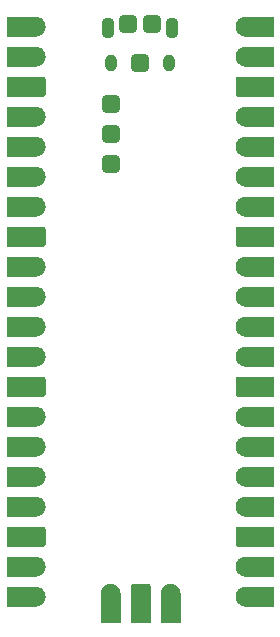
<source format=gbr>
%TF.GenerationSoftware,KiCad,Pcbnew,8.0.4-8.0.4-0~ubuntu22.04.1*%
%TF.CreationDate,2024-07-29T20:28:28-07:00*%
%TF.ProjectId,kraken-pwm-controller,6b72616b-656e-42d7-9077-6d2d636f6e74,rev?*%
%TF.SameCoordinates,Original*%
%TF.FileFunction,Paste,Top*%
%TF.FilePolarity,Positive*%
%FSLAX46Y46*%
G04 Gerber Fmt 4.6, Leading zero omitted, Abs format (unit mm)*
G04 Created by KiCad (PCBNEW 8.0.4-8.0.4-0~ubuntu22.04.1) date 2024-07-29 20:28:28*
%MOMM*%
%LPD*%
G01*
G04 APERTURE LIST*
G04 Aperture macros list*
%AMRoundRect*
0 Rectangle with rounded corners*
0 $1 Rounding radius*
0 $2 $3 $4 $5 $6 $7 $8 $9 X,Y pos of 4 corners*
0 Add a 4 corners polygon primitive as box body*
4,1,4,$2,$3,$4,$5,$6,$7,$8,$9,$2,$3,0*
0 Add four circle primitives for the rounded corners*
1,1,$1+$1,$2,$3*
1,1,$1+$1,$4,$5*
1,1,$1+$1,$6,$7*
1,1,$1+$1,$8,$9*
0 Add four rect primitives between the rounded corners*
20,1,$1+$1,$2,$3,$4,$5,0*
20,1,$1+$1,$4,$5,$6,$7,0*
20,1,$1+$1,$6,$7,$8,$9,0*
20,1,$1+$1,$8,$9,$2,$3,0*%
G04 Aperture macros list end*
%ADD10C,0.010000*%
%ADD11O,1.100000X1.800000*%
%ADD12O,1.050000X1.450000*%
%ADD13RoundRect,0.300000X-0.450000X-0.450000X0.450000X-0.450000X0.450000X0.450000X-0.450000X0.450000X0*%
G04 APERTURE END LIST*
D10*
%TO.C,U2*%
X85856000Y-62193000D02*
X85898000Y-62196000D01*
X85939000Y-62202000D01*
X85980000Y-62209000D01*
X86021000Y-62219000D01*
X86061000Y-62231000D01*
X86101000Y-62245000D01*
X86139000Y-62261000D01*
X86177000Y-62279000D01*
X86214000Y-62299000D01*
X86250000Y-62321000D01*
X86284000Y-62345000D01*
X86317000Y-62370000D01*
X86349000Y-62397000D01*
X86380000Y-62426000D01*
X86409000Y-62457000D01*
X86436000Y-62489000D01*
X86461000Y-62522000D01*
X86485000Y-62556000D01*
X86507000Y-62592000D01*
X86527000Y-62629000D01*
X86545000Y-62667000D01*
X86561000Y-62705000D01*
X86575000Y-62745000D01*
X86587000Y-62785000D01*
X86597000Y-62826000D01*
X86604000Y-62867000D01*
X86610000Y-62908000D01*
X86613000Y-62950000D01*
X86614000Y-62992000D01*
X86613000Y-63034000D01*
X86610000Y-63076000D01*
X86604000Y-63117000D01*
X86597000Y-63158000D01*
X86587000Y-63199000D01*
X86575000Y-63239000D01*
X86561000Y-63279000D01*
X86545000Y-63317000D01*
X86527000Y-63355000D01*
X86507000Y-63392000D01*
X86485000Y-63428000D01*
X86461000Y-63462000D01*
X86436000Y-63495000D01*
X86409000Y-63527000D01*
X86380000Y-63558000D01*
X86349000Y-63587000D01*
X86317000Y-63614000D01*
X86284000Y-63639000D01*
X86250000Y-63663000D01*
X86214000Y-63685000D01*
X86177000Y-63705000D01*
X86139000Y-63723000D01*
X86101000Y-63739000D01*
X86061000Y-63753000D01*
X86021000Y-63765000D01*
X85980000Y-63775000D01*
X85939000Y-63782000D01*
X85898000Y-63788000D01*
X85856000Y-63791000D01*
X85814000Y-63792000D01*
X83414000Y-63792000D01*
X83414000Y-62192000D01*
X85814000Y-62192000D01*
X85856000Y-62193000D01*
G36*
X85856000Y-62193000D02*
G01*
X85898000Y-62196000D01*
X85939000Y-62202000D01*
X85980000Y-62209000D01*
X86021000Y-62219000D01*
X86061000Y-62231000D01*
X86101000Y-62245000D01*
X86139000Y-62261000D01*
X86177000Y-62279000D01*
X86214000Y-62299000D01*
X86250000Y-62321000D01*
X86284000Y-62345000D01*
X86317000Y-62370000D01*
X86349000Y-62397000D01*
X86380000Y-62426000D01*
X86409000Y-62457000D01*
X86436000Y-62489000D01*
X86461000Y-62522000D01*
X86485000Y-62556000D01*
X86507000Y-62592000D01*
X86527000Y-62629000D01*
X86545000Y-62667000D01*
X86561000Y-62705000D01*
X86575000Y-62745000D01*
X86587000Y-62785000D01*
X86597000Y-62826000D01*
X86604000Y-62867000D01*
X86610000Y-62908000D01*
X86613000Y-62950000D01*
X86614000Y-62992000D01*
X86613000Y-63034000D01*
X86610000Y-63076000D01*
X86604000Y-63117000D01*
X86597000Y-63158000D01*
X86587000Y-63199000D01*
X86575000Y-63239000D01*
X86561000Y-63279000D01*
X86545000Y-63317000D01*
X86527000Y-63355000D01*
X86507000Y-63392000D01*
X86485000Y-63428000D01*
X86461000Y-63462000D01*
X86436000Y-63495000D01*
X86409000Y-63527000D01*
X86380000Y-63558000D01*
X86349000Y-63587000D01*
X86317000Y-63614000D01*
X86284000Y-63639000D01*
X86250000Y-63663000D01*
X86214000Y-63685000D01*
X86177000Y-63705000D01*
X86139000Y-63723000D01*
X86101000Y-63739000D01*
X86061000Y-63753000D01*
X86021000Y-63765000D01*
X85980000Y-63775000D01*
X85939000Y-63782000D01*
X85898000Y-63788000D01*
X85856000Y-63791000D01*
X85814000Y-63792000D01*
X83414000Y-63792000D01*
X83414000Y-62192000D01*
X85814000Y-62192000D01*
X85856000Y-62193000D01*
G37*
X85856000Y-64733000D02*
X85898000Y-64736000D01*
X85939000Y-64742000D01*
X85980000Y-64749000D01*
X86021000Y-64759000D01*
X86061000Y-64771000D01*
X86101000Y-64785000D01*
X86139000Y-64801000D01*
X86177000Y-64819000D01*
X86214000Y-64839000D01*
X86250000Y-64861000D01*
X86284000Y-64885000D01*
X86317000Y-64910000D01*
X86349000Y-64937000D01*
X86380000Y-64966000D01*
X86409000Y-64997000D01*
X86436000Y-65029000D01*
X86461000Y-65062000D01*
X86485000Y-65096000D01*
X86507000Y-65132000D01*
X86527000Y-65169000D01*
X86545000Y-65207000D01*
X86561000Y-65245000D01*
X86575000Y-65285000D01*
X86587000Y-65325000D01*
X86597000Y-65366000D01*
X86604000Y-65407000D01*
X86610000Y-65448000D01*
X86613000Y-65490000D01*
X86614000Y-65532000D01*
X86613000Y-65574000D01*
X86610000Y-65616000D01*
X86604000Y-65657000D01*
X86597000Y-65698000D01*
X86587000Y-65739000D01*
X86575000Y-65779000D01*
X86561000Y-65819000D01*
X86545000Y-65857000D01*
X86527000Y-65895000D01*
X86507000Y-65932000D01*
X86485000Y-65968000D01*
X86461000Y-66002000D01*
X86436000Y-66035000D01*
X86409000Y-66067000D01*
X86380000Y-66098000D01*
X86349000Y-66127000D01*
X86317000Y-66154000D01*
X86284000Y-66179000D01*
X86250000Y-66203000D01*
X86214000Y-66225000D01*
X86177000Y-66245000D01*
X86139000Y-66263000D01*
X86101000Y-66279000D01*
X86061000Y-66293000D01*
X86021000Y-66305000D01*
X85980000Y-66315000D01*
X85939000Y-66322000D01*
X85898000Y-66328000D01*
X85856000Y-66331000D01*
X85814000Y-66332000D01*
X83414000Y-66332000D01*
X83414000Y-64732000D01*
X85814000Y-64732000D01*
X85856000Y-64733000D01*
G36*
X85856000Y-64733000D02*
G01*
X85898000Y-64736000D01*
X85939000Y-64742000D01*
X85980000Y-64749000D01*
X86021000Y-64759000D01*
X86061000Y-64771000D01*
X86101000Y-64785000D01*
X86139000Y-64801000D01*
X86177000Y-64819000D01*
X86214000Y-64839000D01*
X86250000Y-64861000D01*
X86284000Y-64885000D01*
X86317000Y-64910000D01*
X86349000Y-64937000D01*
X86380000Y-64966000D01*
X86409000Y-64997000D01*
X86436000Y-65029000D01*
X86461000Y-65062000D01*
X86485000Y-65096000D01*
X86507000Y-65132000D01*
X86527000Y-65169000D01*
X86545000Y-65207000D01*
X86561000Y-65245000D01*
X86575000Y-65285000D01*
X86587000Y-65325000D01*
X86597000Y-65366000D01*
X86604000Y-65407000D01*
X86610000Y-65448000D01*
X86613000Y-65490000D01*
X86614000Y-65532000D01*
X86613000Y-65574000D01*
X86610000Y-65616000D01*
X86604000Y-65657000D01*
X86597000Y-65698000D01*
X86587000Y-65739000D01*
X86575000Y-65779000D01*
X86561000Y-65819000D01*
X86545000Y-65857000D01*
X86527000Y-65895000D01*
X86507000Y-65932000D01*
X86485000Y-65968000D01*
X86461000Y-66002000D01*
X86436000Y-66035000D01*
X86409000Y-66067000D01*
X86380000Y-66098000D01*
X86349000Y-66127000D01*
X86317000Y-66154000D01*
X86284000Y-66179000D01*
X86250000Y-66203000D01*
X86214000Y-66225000D01*
X86177000Y-66245000D01*
X86139000Y-66263000D01*
X86101000Y-66279000D01*
X86061000Y-66293000D01*
X86021000Y-66305000D01*
X85980000Y-66315000D01*
X85939000Y-66322000D01*
X85898000Y-66328000D01*
X85856000Y-66331000D01*
X85814000Y-66332000D01*
X83414000Y-66332000D01*
X83414000Y-64732000D01*
X85814000Y-64732000D01*
X85856000Y-64733000D01*
G37*
X85856000Y-69813000D02*
X85898000Y-69816000D01*
X85939000Y-69822000D01*
X85980000Y-69829000D01*
X86021000Y-69839000D01*
X86061000Y-69851000D01*
X86101000Y-69865000D01*
X86139000Y-69881000D01*
X86177000Y-69899000D01*
X86214000Y-69919000D01*
X86250000Y-69941000D01*
X86284000Y-69965000D01*
X86317000Y-69990000D01*
X86349000Y-70017000D01*
X86380000Y-70046000D01*
X86409000Y-70077000D01*
X86436000Y-70109000D01*
X86461000Y-70142000D01*
X86485000Y-70176000D01*
X86507000Y-70212000D01*
X86527000Y-70249000D01*
X86545000Y-70287000D01*
X86561000Y-70325000D01*
X86575000Y-70365000D01*
X86587000Y-70405000D01*
X86597000Y-70446000D01*
X86604000Y-70487000D01*
X86610000Y-70528000D01*
X86613000Y-70570000D01*
X86614000Y-70612000D01*
X86613000Y-70654000D01*
X86610000Y-70696000D01*
X86604000Y-70737000D01*
X86597000Y-70778000D01*
X86587000Y-70819000D01*
X86575000Y-70859000D01*
X86561000Y-70899000D01*
X86545000Y-70937000D01*
X86527000Y-70975000D01*
X86507000Y-71012000D01*
X86485000Y-71048000D01*
X86461000Y-71082000D01*
X86436000Y-71115000D01*
X86409000Y-71147000D01*
X86380000Y-71178000D01*
X86349000Y-71207000D01*
X86317000Y-71234000D01*
X86284000Y-71259000D01*
X86250000Y-71283000D01*
X86214000Y-71305000D01*
X86177000Y-71325000D01*
X86139000Y-71343000D01*
X86101000Y-71359000D01*
X86061000Y-71373000D01*
X86021000Y-71385000D01*
X85980000Y-71395000D01*
X85939000Y-71402000D01*
X85898000Y-71408000D01*
X85856000Y-71411000D01*
X85814000Y-71412000D01*
X83414000Y-71412000D01*
X83414000Y-69812000D01*
X85814000Y-69812000D01*
X85856000Y-69813000D01*
G36*
X85856000Y-69813000D02*
G01*
X85898000Y-69816000D01*
X85939000Y-69822000D01*
X85980000Y-69829000D01*
X86021000Y-69839000D01*
X86061000Y-69851000D01*
X86101000Y-69865000D01*
X86139000Y-69881000D01*
X86177000Y-69899000D01*
X86214000Y-69919000D01*
X86250000Y-69941000D01*
X86284000Y-69965000D01*
X86317000Y-69990000D01*
X86349000Y-70017000D01*
X86380000Y-70046000D01*
X86409000Y-70077000D01*
X86436000Y-70109000D01*
X86461000Y-70142000D01*
X86485000Y-70176000D01*
X86507000Y-70212000D01*
X86527000Y-70249000D01*
X86545000Y-70287000D01*
X86561000Y-70325000D01*
X86575000Y-70365000D01*
X86587000Y-70405000D01*
X86597000Y-70446000D01*
X86604000Y-70487000D01*
X86610000Y-70528000D01*
X86613000Y-70570000D01*
X86614000Y-70612000D01*
X86613000Y-70654000D01*
X86610000Y-70696000D01*
X86604000Y-70737000D01*
X86597000Y-70778000D01*
X86587000Y-70819000D01*
X86575000Y-70859000D01*
X86561000Y-70899000D01*
X86545000Y-70937000D01*
X86527000Y-70975000D01*
X86507000Y-71012000D01*
X86485000Y-71048000D01*
X86461000Y-71082000D01*
X86436000Y-71115000D01*
X86409000Y-71147000D01*
X86380000Y-71178000D01*
X86349000Y-71207000D01*
X86317000Y-71234000D01*
X86284000Y-71259000D01*
X86250000Y-71283000D01*
X86214000Y-71305000D01*
X86177000Y-71325000D01*
X86139000Y-71343000D01*
X86101000Y-71359000D01*
X86061000Y-71373000D01*
X86021000Y-71385000D01*
X85980000Y-71395000D01*
X85939000Y-71402000D01*
X85898000Y-71408000D01*
X85856000Y-71411000D01*
X85814000Y-71412000D01*
X83414000Y-71412000D01*
X83414000Y-69812000D01*
X85814000Y-69812000D01*
X85856000Y-69813000D01*
G37*
X85856000Y-72353000D02*
X85898000Y-72356000D01*
X85939000Y-72362000D01*
X85980000Y-72369000D01*
X86021000Y-72379000D01*
X86061000Y-72391000D01*
X86101000Y-72405000D01*
X86139000Y-72421000D01*
X86177000Y-72439000D01*
X86214000Y-72459000D01*
X86250000Y-72481000D01*
X86284000Y-72505000D01*
X86317000Y-72530000D01*
X86349000Y-72557000D01*
X86380000Y-72586000D01*
X86409000Y-72617000D01*
X86436000Y-72649000D01*
X86461000Y-72682000D01*
X86485000Y-72716000D01*
X86507000Y-72752000D01*
X86527000Y-72789000D01*
X86545000Y-72827000D01*
X86561000Y-72865000D01*
X86575000Y-72905000D01*
X86587000Y-72945000D01*
X86597000Y-72986000D01*
X86604000Y-73027000D01*
X86610000Y-73068000D01*
X86613000Y-73110000D01*
X86614000Y-73152000D01*
X86613000Y-73194000D01*
X86610000Y-73236000D01*
X86604000Y-73277000D01*
X86597000Y-73318000D01*
X86587000Y-73359000D01*
X86575000Y-73399000D01*
X86561000Y-73439000D01*
X86545000Y-73477000D01*
X86527000Y-73515000D01*
X86507000Y-73552000D01*
X86485000Y-73588000D01*
X86461000Y-73622000D01*
X86436000Y-73655000D01*
X86409000Y-73687000D01*
X86380000Y-73718000D01*
X86349000Y-73747000D01*
X86317000Y-73774000D01*
X86284000Y-73799000D01*
X86250000Y-73823000D01*
X86214000Y-73845000D01*
X86177000Y-73865000D01*
X86139000Y-73883000D01*
X86101000Y-73899000D01*
X86061000Y-73913000D01*
X86021000Y-73925000D01*
X85980000Y-73935000D01*
X85939000Y-73942000D01*
X85898000Y-73948000D01*
X85856000Y-73951000D01*
X85814000Y-73952000D01*
X83414000Y-73952000D01*
X83414000Y-72352000D01*
X85814000Y-72352000D01*
X85856000Y-72353000D01*
G36*
X85856000Y-72353000D02*
G01*
X85898000Y-72356000D01*
X85939000Y-72362000D01*
X85980000Y-72369000D01*
X86021000Y-72379000D01*
X86061000Y-72391000D01*
X86101000Y-72405000D01*
X86139000Y-72421000D01*
X86177000Y-72439000D01*
X86214000Y-72459000D01*
X86250000Y-72481000D01*
X86284000Y-72505000D01*
X86317000Y-72530000D01*
X86349000Y-72557000D01*
X86380000Y-72586000D01*
X86409000Y-72617000D01*
X86436000Y-72649000D01*
X86461000Y-72682000D01*
X86485000Y-72716000D01*
X86507000Y-72752000D01*
X86527000Y-72789000D01*
X86545000Y-72827000D01*
X86561000Y-72865000D01*
X86575000Y-72905000D01*
X86587000Y-72945000D01*
X86597000Y-72986000D01*
X86604000Y-73027000D01*
X86610000Y-73068000D01*
X86613000Y-73110000D01*
X86614000Y-73152000D01*
X86613000Y-73194000D01*
X86610000Y-73236000D01*
X86604000Y-73277000D01*
X86597000Y-73318000D01*
X86587000Y-73359000D01*
X86575000Y-73399000D01*
X86561000Y-73439000D01*
X86545000Y-73477000D01*
X86527000Y-73515000D01*
X86507000Y-73552000D01*
X86485000Y-73588000D01*
X86461000Y-73622000D01*
X86436000Y-73655000D01*
X86409000Y-73687000D01*
X86380000Y-73718000D01*
X86349000Y-73747000D01*
X86317000Y-73774000D01*
X86284000Y-73799000D01*
X86250000Y-73823000D01*
X86214000Y-73845000D01*
X86177000Y-73865000D01*
X86139000Y-73883000D01*
X86101000Y-73899000D01*
X86061000Y-73913000D01*
X86021000Y-73925000D01*
X85980000Y-73935000D01*
X85939000Y-73942000D01*
X85898000Y-73948000D01*
X85856000Y-73951000D01*
X85814000Y-73952000D01*
X83414000Y-73952000D01*
X83414000Y-72352000D01*
X85814000Y-72352000D01*
X85856000Y-72353000D01*
G37*
X85856000Y-74893000D02*
X85898000Y-74896000D01*
X85939000Y-74902000D01*
X85980000Y-74909000D01*
X86021000Y-74919000D01*
X86061000Y-74931000D01*
X86101000Y-74945000D01*
X86139000Y-74961000D01*
X86177000Y-74979000D01*
X86214000Y-74999000D01*
X86250000Y-75021000D01*
X86284000Y-75045000D01*
X86317000Y-75070000D01*
X86349000Y-75097000D01*
X86380000Y-75126000D01*
X86409000Y-75157000D01*
X86436000Y-75189000D01*
X86461000Y-75222000D01*
X86485000Y-75256000D01*
X86507000Y-75292000D01*
X86527000Y-75329000D01*
X86545000Y-75367000D01*
X86561000Y-75405000D01*
X86575000Y-75445000D01*
X86587000Y-75485000D01*
X86597000Y-75526000D01*
X86604000Y-75567000D01*
X86610000Y-75608000D01*
X86613000Y-75650000D01*
X86614000Y-75692000D01*
X86613000Y-75734000D01*
X86610000Y-75776000D01*
X86604000Y-75817000D01*
X86597000Y-75858000D01*
X86587000Y-75899000D01*
X86575000Y-75939000D01*
X86561000Y-75979000D01*
X86545000Y-76017000D01*
X86527000Y-76055000D01*
X86507000Y-76092000D01*
X86485000Y-76128000D01*
X86461000Y-76162000D01*
X86436000Y-76195000D01*
X86409000Y-76227000D01*
X86380000Y-76258000D01*
X86349000Y-76287000D01*
X86317000Y-76314000D01*
X86284000Y-76339000D01*
X86250000Y-76363000D01*
X86214000Y-76385000D01*
X86177000Y-76405000D01*
X86139000Y-76423000D01*
X86101000Y-76439000D01*
X86061000Y-76453000D01*
X86021000Y-76465000D01*
X85980000Y-76475000D01*
X85939000Y-76482000D01*
X85898000Y-76488000D01*
X85856000Y-76491000D01*
X85814000Y-76492000D01*
X83414000Y-76492000D01*
X83414000Y-74892000D01*
X85814000Y-74892000D01*
X85856000Y-74893000D01*
G36*
X85856000Y-74893000D02*
G01*
X85898000Y-74896000D01*
X85939000Y-74902000D01*
X85980000Y-74909000D01*
X86021000Y-74919000D01*
X86061000Y-74931000D01*
X86101000Y-74945000D01*
X86139000Y-74961000D01*
X86177000Y-74979000D01*
X86214000Y-74999000D01*
X86250000Y-75021000D01*
X86284000Y-75045000D01*
X86317000Y-75070000D01*
X86349000Y-75097000D01*
X86380000Y-75126000D01*
X86409000Y-75157000D01*
X86436000Y-75189000D01*
X86461000Y-75222000D01*
X86485000Y-75256000D01*
X86507000Y-75292000D01*
X86527000Y-75329000D01*
X86545000Y-75367000D01*
X86561000Y-75405000D01*
X86575000Y-75445000D01*
X86587000Y-75485000D01*
X86597000Y-75526000D01*
X86604000Y-75567000D01*
X86610000Y-75608000D01*
X86613000Y-75650000D01*
X86614000Y-75692000D01*
X86613000Y-75734000D01*
X86610000Y-75776000D01*
X86604000Y-75817000D01*
X86597000Y-75858000D01*
X86587000Y-75899000D01*
X86575000Y-75939000D01*
X86561000Y-75979000D01*
X86545000Y-76017000D01*
X86527000Y-76055000D01*
X86507000Y-76092000D01*
X86485000Y-76128000D01*
X86461000Y-76162000D01*
X86436000Y-76195000D01*
X86409000Y-76227000D01*
X86380000Y-76258000D01*
X86349000Y-76287000D01*
X86317000Y-76314000D01*
X86284000Y-76339000D01*
X86250000Y-76363000D01*
X86214000Y-76385000D01*
X86177000Y-76405000D01*
X86139000Y-76423000D01*
X86101000Y-76439000D01*
X86061000Y-76453000D01*
X86021000Y-76465000D01*
X85980000Y-76475000D01*
X85939000Y-76482000D01*
X85898000Y-76488000D01*
X85856000Y-76491000D01*
X85814000Y-76492000D01*
X83414000Y-76492000D01*
X83414000Y-74892000D01*
X85814000Y-74892000D01*
X85856000Y-74893000D01*
G37*
X85856000Y-77433000D02*
X85898000Y-77436000D01*
X85939000Y-77442000D01*
X85980000Y-77449000D01*
X86021000Y-77459000D01*
X86061000Y-77471000D01*
X86101000Y-77485000D01*
X86139000Y-77501000D01*
X86177000Y-77519000D01*
X86214000Y-77539000D01*
X86250000Y-77561000D01*
X86284000Y-77585000D01*
X86317000Y-77610000D01*
X86349000Y-77637000D01*
X86380000Y-77666000D01*
X86409000Y-77697000D01*
X86436000Y-77729000D01*
X86461000Y-77762000D01*
X86485000Y-77796000D01*
X86507000Y-77832000D01*
X86527000Y-77869000D01*
X86545000Y-77907000D01*
X86561000Y-77945000D01*
X86575000Y-77985000D01*
X86587000Y-78025000D01*
X86597000Y-78066000D01*
X86604000Y-78107000D01*
X86610000Y-78148000D01*
X86613000Y-78190000D01*
X86614000Y-78232000D01*
X86613000Y-78274000D01*
X86610000Y-78316000D01*
X86604000Y-78357000D01*
X86597000Y-78398000D01*
X86587000Y-78439000D01*
X86575000Y-78479000D01*
X86561000Y-78519000D01*
X86545000Y-78557000D01*
X86527000Y-78595000D01*
X86507000Y-78632000D01*
X86485000Y-78668000D01*
X86461000Y-78702000D01*
X86436000Y-78735000D01*
X86409000Y-78767000D01*
X86380000Y-78798000D01*
X86349000Y-78827000D01*
X86317000Y-78854000D01*
X86284000Y-78879000D01*
X86250000Y-78903000D01*
X86214000Y-78925000D01*
X86177000Y-78945000D01*
X86139000Y-78963000D01*
X86101000Y-78979000D01*
X86061000Y-78993000D01*
X86021000Y-79005000D01*
X85980000Y-79015000D01*
X85939000Y-79022000D01*
X85898000Y-79028000D01*
X85856000Y-79031000D01*
X85814000Y-79032000D01*
X83414000Y-79032000D01*
X83414000Y-77432000D01*
X85814000Y-77432000D01*
X85856000Y-77433000D01*
G36*
X85856000Y-77433000D02*
G01*
X85898000Y-77436000D01*
X85939000Y-77442000D01*
X85980000Y-77449000D01*
X86021000Y-77459000D01*
X86061000Y-77471000D01*
X86101000Y-77485000D01*
X86139000Y-77501000D01*
X86177000Y-77519000D01*
X86214000Y-77539000D01*
X86250000Y-77561000D01*
X86284000Y-77585000D01*
X86317000Y-77610000D01*
X86349000Y-77637000D01*
X86380000Y-77666000D01*
X86409000Y-77697000D01*
X86436000Y-77729000D01*
X86461000Y-77762000D01*
X86485000Y-77796000D01*
X86507000Y-77832000D01*
X86527000Y-77869000D01*
X86545000Y-77907000D01*
X86561000Y-77945000D01*
X86575000Y-77985000D01*
X86587000Y-78025000D01*
X86597000Y-78066000D01*
X86604000Y-78107000D01*
X86610000Y-78148000D01*
X86613000Y-78190000D01*
X86614000Y-78232000D01*
X86613000Y-78274000D01*
X86610000Y-78316000D01*
X86604000Y-78357000D01*
X86597000Y-78398000D01*
X86587000Y-78439000D01*
X86575000Y-78479000D01*
X86561000Y-78519000D01*
X86545000Y-78557000D01*
X86527000Y-78595000D01*
X86507000Y-78632000D01*
X86485000Y-78668000D01*
X86461000Y-78702000D01*
X86436000Y-78735000D01*
X86409000Y-78767000D01*
X86380000Y-78798000D01*
X86349000Y-78827000D01*
X86317000Y-78854000D01*
X86284000Y-78879000D01*
X86250000Y-78903000D01*
X86214000Y-78925000D01*
X86177000Y-78945000D01*
X86139000Y-78963000D01*
X86101000Y-78979000D01*
X86061000Y-78993000D01*
X86021000Y-79005000D01*
X85980000Y-79015000D01*
X85939000Y-79022000D01*
X85898000Y-79028000D01*
X85856000Y-79031000D01*
X85814000Y-79032000D01*
X83414000Y-79032000D01*
X83414000Y-77432000D01*
X85814000Y-77432000D01*
X85856000Y-77433000D01*
G37*
X85856000Y-82513000D02*
X85898000Y-82516000D01*
X85939000Y-82522000D01*
X85980000Y-82529000D01*
X86021000Y-82539000D01*
X86061000Y-82551000D01*
X86101000Y-82565000D01*
X86139000Y-82581000D01*
X86177000Y-82599000D01*
X86214000Y-82619000D01*
X86250000Y-82641000D01*
X86284000Y-82665000D01*
X86317000Y-82690000D01*
X86349000Y-82717000D01*
X86380000Y-82746000D01*
X86409000Y-82777000D01*
X86436000Y-82809000D01*
X86461000Y-82842000D01*
X86485000Y-82876000D01*
X86507000Y-82912000D01*
X86527000Y-82949000D01*
X86545000Y-82987000D01*
X86561000Y-83025000D01*
X86575000Y-83065000D01*
X86587000Y-83105000D01*
X86597000Y-83146000D01*
X86604000Y-83187000D01*
X86610000Y-83228000D01*
X86613000Y-83270000D01*
X86614000Y-83312000D01*
X86613000Y-83354000D01*
X86610000Y-83396000D01*
X86604000Y-83437000D01*
X86597000Y-83478000D01*
X86587000Y-83519000D01*
X86575000Y-83559000D01*
X86561000Y-83599000D01*
X86545000Y-83637000D01*
X86527000Y-83675000D01*
X86507000Y-83712000D01*
X86485000Y-83748000D01*
X86461000Y-83782000D01*
X86436000Y-83815000D01*
X86409000Y-83847000D01*
X86380000Y-83878000D01*
X86349000Y-83907000D01*
X86317000Y-83934000D01*
X86284000Y-83959000D01*
X86250000Y-83983000D01*
X86214000Y-84005000D01*
X86177000Y-84025000D01*
X86139000Y-84043000D01*
X86101000Y-84059000D01*
X86061000Y-84073000D01*
X86021000Y-84085000D01*
X85980000Y-84095000D01*
X85939000Y-84102000D01*
X85898000Y-84108000D01*
X85856000Y-84111000D01*
X85814000Y-84112000D01*
X83414000Y-84112000D01*
X83414000Y-82512000D01*
X85814000Y-82512000D01*
X85856000Y-82513000D01*
G36*
X85856000Y-82513000D02*
G01*
X85898000Y-82516000D01*
X85939000Y-82522000D01*
X85980000Y-82529000D01*
X86021000Y-82539000D01*
X86061000Y-82551000D01*
X86101000Y-82565000D01*
X86139000Y-82581000D01*
X86177000Y-82599000D01*
X86214000Y-82619000D01*
X86250000Y-82641000D01*
X86284000Y-82665000D01*
X86317000Y-82690000D01*
X86349000Y-82717000D01*
X86380000Y-82746000D01*
X86409000Y-82777000D01*
X86436000Y-82809000D01*
X86461000Y-82842000D01*
X86485000Y-82876000D01*
X86507000Y-82912000D01*
X86527000Y-82949000D01*
X86545000Y-82987000D01*
X86561000Y-83025000D01*
X86575000Y-83065000D01*
X86587000Y-83105000D01*
X86597000Y-83146000D01*
X86604000Y-83187000D01*
X86610000Y-83228000D01*
X86613000Y-83270000D01*
X86614000Y-83312000D01*
X86613000Y-83354000D01*
X86610000Y-83396000D01*
X86604000Y-83437000D01*
X86597000Y-83478000D01*
X86587000Y-83519000D01*
X86575000Y-83559000D01*
X86561000Y-83599000D01*
X86545000Y-83637000D01*
X86527000Y-83675000D01*
X86507000Y-83712000D01*
X86485000Y-83748000D01*
X86461000Y-83782000D01*
X86436000Y-83815000D01*
X86409000Y-83847000D01*
X86380000Y-83878000D01*
X86349000Y-83907000D01*
X86317000Y-83934000D01*
X86284000Y-83959000D01*
X86250000Y-83983000D01*
X86214000Y-84005000D01*
X86177000Y-84025000D01*
X86139000Y-84043000D01*
X86101000Y-84059000D01*
X86061000Y-84073000D01*
X86021000Y-84085000D01*
X85980000Y-84095000D01*
X85939000Y-84102000D01*
X85898000Y-84108000D01*
X85856000Y-84111000D01*
X85814000Y-84112000D01*
X83414000Y-84112000D01*
X83414000Y-82512000D01*
X85814000Y-82512000D01*
X85856000Y-82513000D01*
G37*
X85856000Y-85053000D02*
X85898000Y-85056000D01*
X85939000Y-85062000D01*
X85980000Y-85069000D01*
X86021000Y-85079000D01*
X86061000Y-85091000D01*
X86101000Y-85105000D01*
X86139000Y-85121000D01*
X86177000Y-85139000D01*
X86214000Y-85159000D01*
X86250000Y-85181000D01*
X86284000Y-85205000D01*
X86317000Y-85230000D01*
X86349000Y-85257000D01*
X86380000Y-85286000D01*
X86409000Y-85317000D01*
X86436000Y-85349000D01*
X86461000Y-85382000D01*
X86485000Y-85416000D01*
X86507000Y-85452000D01*
X86527000Y-85489000D01*
X86545000Y-85527000D01*
X86561000Y-85565000D01*
X86575000Y-85605000D01*
X86587000Y-85645000D01*
X86597000Y-85686000D01*
X86604000Y-85727000D01*
X86610000Y-85768000D01*
X86613000Y-85810000D01*
X86614000Y-85852000D01*
X86613000Y-85894000D01*
X86610000Y-85936000D01*
X86604000Y-85977000D01*
X86597000Y-86018000D01*
X86587000Y-86059000D01*
X86575000Y-86099000D01*
X86561000Y-86139000D01*
X86545000Y-86177000D01*
X86527000Y-86215000D01*
X86507000Y-86252000D01*
X86485000Y-86288000D01*
X86461000Y-86322000D01*
X86436000Y-86355000D01*
X86409000Y-86387000D01*
X86380000Y-86418000D01*
X86349000Y-86447000D01*
X86317000Y-86474000D01*
X86284000Y-86499000D01*
X86250000Y-86523000D01*
X86214000Y-86545000D01*
X86177000Y-86565000D01*
X86139000Y-86583000D01*
X86101000Y-86599000D01*
X86061000Y-86613000D01*
X86021000Y-86625000D01*
X85980000Y-86635000D01*
X85939000Y-86642000D01*
X85898000Y-86648000D01*
X85856000Y-86651000D01*
X85814000Y-86652000D01*
X83414000Y-86652000D01*
X83414000Y-85052000D01*
X85814000Y-85052000D01*
X85856000Y-85053000D01*
G36*
X85856000Y-85053000D02*
G01*
X85898000Y-85056000D01*
X85939000Y-85062000D01*
X85980000Y-85069000D01*
X86021000Y-85079000D01*
X86061000Y-85091000D01*
X86101000Y-85105000D01*
X86139000Y-85121000D01*
X86177000Y-85139000D01*
X86214000Y-85159000D01*
X86250000Y-85181000D01*
X86284000Y-85205000D01*
X86317000Y-85230000D01*
X86349000Y-85257000D01*
X86380000Y-85286000D01*
X86409000Y-85317000D01*
X86436000Y-85349000D01*
X86461000Y-85382000D01*
X86485000Y-85416000D01*
X86507000Y-85452000D01*
X86527000Y-85489000D01*
X86545000Y-85527000D01*
X86561000Y-85565000D01*
X86575000Y-85605000D01*
X86587000Y-85645000D01*
X86597000Y-85686000D01*
X86604000Y-85727000D01*
X86610000Y-85768000D01*
X86613000Y-85810000D01*
X86614000Y-85852000D01*
X86613000Y-85894000D01*
X86610000Y-85936000D01*
X86604000Y-85977000D01*
X86597000Y-86018000D01*
X86587000Y-86059000D01*
X86575000Y-86099000D01*
X86561000Y-86139000D01*
X86545000Y-86177000D01*
X86527000Y-86215000D01*
X86507000Y-86252000D01*
X86485000Y-86288000D01*
X86461000Y-86322000D01*
X86436000Y-86355000D01*
X86409000Y-86387000D01*
X86380000Y-86418000D01*
X86349000Y-86447000D01*
X86317000Y-86474000D01*
X86284000Y-86499000D01*
X86250000Y-86523000D01*
X86214000Y-86545000D01*
X86177000Y-86565000D01*
X86139000Y-86583000D01*
X86101000Y-86599000D01*
X86061000Y-86613000D01*
X86021000Y-86625000D01*
X85980000Y-86635000D01*
X85939000Y-86642000D01*
X85898000Y-86648000D01*
X85856000Y-86651000D01*
X85814000Y-86652000D01*
X83414000Y-86652000D01*
X83414000Y-85052000D01*
X85814000Y-85052000D01*
X85856000Y-85053000D01*
G37*
X85856000Y-87593000D02*
X85898000Y-87596000D01*
X85939000Y-87602000D01*
X85980000Y-87609000D01*
X86021000Y-87619000D01*
X86061000Y-87631000D01*
X86101000Y-87645000D01*
X86139000Y-87661000D01*
X86177000Y-87679000D01*
X86214000Y-87699000D01*
X86250000Y-87721000D01*
X86284000Y-87745000D01*
X86317000Y-87770000D01*
X86349000Y-87797000D01*
X86380000Y-87826000D01*
X86409000Y-87857000D01*
X86436000Y-87889000D01*
X86461000Y-87922000D01*
X86485000Y-87956000D01*
X86507000Y-87992000D01*
X86527000Y-88029000D01*
X86545000Y-88067000D01*
X86561000Y-88105000D01*
X86575000Y-88145000D01*
X86587000Y-88185000D01*
X86597000Y-88226000D01*
X86604000Y-88267000D01*
X86610000Y-88308000D01*
X86613000Y-88350000D01*
X86614000Y-88392000D01*
X86613000Y-88434000D01*
X86610000Y-88476000D01*
X86604000Y-88517000D01*
X86597000Y-88558000D01*
X86587000Y-88599000D01*
X86575000Y-88639000D01*
X86561000Y-88679000D01*
X86545000Y-88717000D01*
X86527000Y-88755000D01*
X86507000Y-88792000D01*
X86485000Y-88828000D01*
X86461000Y-88862000D01*
X86436000Y-88895000D01*
X86409000Y-88927000D01*
X86380000Y-88958000D01*
X86349000Y-88987000D01*
X86317000Y-89014000D01*
X86284000Y-89039000D01*
X86250000Y-89063000D01*
X86214000Y-89085000D01*
X86177000Y-89105000D01*
X86139000Y-89123000D01*
X86101000Y-89139000D01*
X86061000Y-89153000D01*
X86021000Y-89165000D01*
X85980000Y-89175000D01*
X85939000Y-89182000D01*
X85898000Y-89188000D01*
X85856000Y-89191000D01*
X85814000Y-89192000D01*
X83414000Y-89192000D01*
X83414000Y-87592000D01*
X85814000Y-87592000D01*
X85856000Y-87593000D01*
G36*
X85856000Y-87593000D02*
G01*
X85898000Y-87596000D01*
X85939000Y-87602000D01*
X85980000Y-87609000D01*
X86021000Y-87619000D01*
X86061000Y-87631000D01*
X86101000Y-87645000D01*
X86139000Y-87661000D01*
X86177000Y-87679000D01*
X86214000Y-87699000D01*
X86250000Y-87721000D01*
X86284000Y-87745000D01*
X86317000Y-87770000D01*
X86349000Y-87797000D01*
X86380000Y-87826000D01*
X86409000Y-87857000D01*
X86436000Y-87889000D01*
X86461000Y-87922000D01*
X86485000Y-87956000D01*
X86507000Y-87992000D01*
X86527000Y-88029000D01*
X86545000Y-88067000D01*
X86561000Y-88105000D01*
X86575000Y-88145000D01*
X86587000Y-88185000D01*
X86597000Y-88226000D01*
X86604000Y-88267000D01*
X86610000Y-88308000D01*
X86613000Y-88350000D01*
X86614000Y-88392000D01*
X86613000Y-88434000D01*
X86610000Y-88476000D01*
X86604000Y-88517000D01*
X86597000Y-88558000D01*
X86587000Y-88599000D01*
X86575000Y-88639000D01*
X86561000Y-88679000D01*
X86545000Y-88717000D01*
X86527000Y-88755000D01*
X86507000Y-88792000D01*
X86485000Y-88828000D01*
X86461000Y-88862000D01*
X86436000Y-88895000D01*
X86409000Y-88927000D01*
X86380000Y-88958000D01*
X86349000Y-88987000D01*
X86317000Y-89014000D01*
X86284000Y-89039000D01*
X86250000Y-89063000D01*
X86214000Y-89085000D01*
X86177000Y-89105000D01*
X86139000Y-89123000D01*
X86101000Y-89139000D01*
X86061000Y-89153000D01*
X86021000Y-89165000D01*
X85980000Y-89175000D01*
X85939000Y-89182000D01*
X85898000Y-89188000D01*
X85856000Y-89191000D01*
X85814000Y-89192000D01*
X83414000Y-89192000D01*
X83414000Y-87592000D01*
X85814000Y-87592000D01*
X85856000Y-87593000D01*
G37*
X85856000Y-90133000D02*
X85898000Y-90136000D01*
X85939000Y-90142000D01*
X85980000Y-90149000D01*
X86021000Y-90159000D01*
X86061000Y-90171000D01*
X86101000Y-90185000D01*
X86139000Y-90201000D01*
X86177000Y-90219000D01*
X86214000Y-90239000D01*
X86250000Y-90261000D01*
X86284000Y-90285000D01*
X86317000Y-90310000D01*
X86349000Y-90337000D01*
X86380000Y-90366000D01*
X86409000Y-90397000D01*
X86436000Y-90429000D01*
X86461000Y-90462000D01*
X86485000Y-90496000D01*
X86507000Y-90532000D01*
X86527000Y-90569000D01*
X86545000Y-90607000D01*
X86561000Y-90645000D01*
X86575000Y-90685000D01*
X86587000Y-90725000D01*
X86597000Y-90766000D01*
X86604000Y-90807000D01*
X86610000Y-90848000D01*
X86613000Y-90890000D01*
X86614000Y-90932000D01*
X86613000Y-90974000D01*
X86610000Y-91016000D01*
X86604000Y-91057000D01*
X86597000Y-91098000D01*
X86587000Y-91139000D01*
X86575000Y-91179000D01*
X86561000Y-91219000D01*
X86545000Y-91257000D01*
X86527000Y-91295000D01*
X86507000Y-91332000D01*
X86485000Y-91368000D01*
X86461000Y-91402000D01*
X86436000Y-91435000D01*
X86409000Y-91467000D01*
X86380000Y-91498000D01*
X86349000Y-91527000D01*
X86317000Y-91554000D01*
X86284000Y-91579000D01*
X86250000Y-91603000D01*
X86214000Y-91625000D01*
X86177000Y-91645000D01*
X86139000Y-91663000D01*
X86101000Y-91679000D01*
X86061000Y-91693000D01*
X86021000Y-91705000D01*
X85980000Y-91715000D01*
X85939000Y-91722000D01*
X85898000Y-91728000D01*
X85856000Y-91731000D01*
X85814000Y-91732000D01*
X83414000Y-91732000D01*
X83414000Y-90132000D01*
X85814000Y-90132000D01*
X85856000Y-90133000D01*
G36*
X85856000Y-90133000D02*
G01*
X85898000Y-90136000D01*
X85939000Y-90142000D01*
X85980000Y-90149000D01*
X86021000Y-90159000D01*
X86061000Y-90171000D01*
X86101000Y-90185000D01*
X86139000Y-90201000D01*
X86177000Y-90219000D01*
X86214000Y-90239000D01*
X86250000Y-90261000D01*
X86284000Y-90285000D01*
X86317000Y-90310000D01*
X86349000Y-90337000D01*
X86380000Y-90366000D01*
X86409000Y-90397000D01*
X86436000Y-90429000D01*
X86461000Y-90462000D01*
X86485000Y-90496000D01*
X86507000Y-90532000D01*
X86527000Y-90569000D01*
X86545000Y-90607000D01*
X86561000Y-90645000D01*
X86575000Y-90685000D01*
X86587000Y-90725000D01*
X86597000Y-90766000D01*
X86604000Y-90807000D01*
X86610000Y-90848000D01*
X86613000Y-90890000D01*
X86614000Y-90932000D01*
X86613000Y-90974000D01*
X86610000Y-91016000D01*
X86604000Y-91057000D01*
X86597000Y-91098000D01*
X86587000Y-91139000D01*
X86575000Y-91179000D01*
X86561000Y-91219000D01*
X86545000Y-91257000D01*
X86527000Y-91295000D01*
X86507000Y-91332000D01*
X86485000Y-91368000D01*
X86461000Y-91402000D01*
X86436000Y-91435000D01*
X86409000Y-91467000D01*
X86380000Y-91498000D01*
X86349000Y-91527000D01*
X86317000Y-91554000D01*
X86284000Y-91579000D01*
X86250000Y-91603000D01*
X86214000Y-91625000D01*
X86177000Y-91645000D01*
X86139000Y-91663000D01*
X86101000Y-91679000D01*
X86061000Y-91693000D01*
X86021000Y-91705000D01*
X85980000Y-91715000D01*
X85939000Y-91722000D01*
X85898000Y-91728000D01*
X85856000Y-91731000D01*
X85814000Y-91732000D01*
X83414000Y-91732000D01*
X83414000Y-90132000D01*
X85814000Y-90132000D01*
X85856000Y-90133000D01*
G37*
X85856000Y-95213000D02*
X85898000Y-95216000D01*
X85939000Y-95222000D01*
X85980000Y-95229000D01*
X86021000Y-95239000D01*
X86061000Y-95251000D01*
X86101000Y-95265000D01*
X86139000Y-95281000D01*
X86177000Y-95299000D01*
X86214000Y-95319000D01*
X86250000Y-95341000D01*
X86284000Y-95365000D01*
X86317000Y-95390000D01*
X86349000Y-95417000D01*
X86380000Y-95446000D01*
X86409000Y-95477000D01*
X86436000Y-95509000D01*
X86461000Y-95542000D01*
X86485000Y-95576000D01*
X86507000Y-95612000D01*
X86527000Y-95649000D01*
X86545000Y-95687000D01*
X86561000Y-95725000D01*
X86575000Y-95765000D01*
X86587000Y-95805000D01*
X86597000Y-95846000D01*
X86604000Y-95887000D01*
X86610000Y-95928000D01*
X86613000Y-95970000D01*
X86614000Y-96012000D01*
X86613000Y-96054000D01*
X86610000Y-96096000D01*
X86604000Y-96137000D01*
X86597000Y-96178000D01*
X86587000Y-96219000D01*
X86575000Y-96259000D01*
X86561000Y-96299000D01*
X86545000Y-96337000D01*
X86527000Y-96375000D01*
X86507000Y-96412000D01*
X86485000Y-96448000D01*
X86461000Y-96482000D01*
X86436000Y-96515000D01*
X86409000Y-96547000D01*
X86380000Y-96578000D01*
X86349000Y-96607000D01*
X86317000Y-96634000D01*
X86284000Y-96659000D01*
X86250000Y-96683000D01*
X86214000Y-96705000D01*
X86177000Y-96725000D01*
X86139000Y-96743000D01*
X86101000Y-96759000D01*
X86061000Y-96773000D01*
X86021000Y-96785000D01*
X85980000Y-96795000D01*
X85939000Y-96802000D01*
X85898000Y-96808000D01*
X85856000Y-96811000D01*
X85814000Y-96812000D01*
X83414000Y-96812000D01*
X83414000Y-95212000D01*
X85814000Y-95212000D01*
X85856000Y-95213000D01*
G36*
X85856000Y-95213000D02*
G01*
X85898000Y-95216000D01*
X85939000Y-95222000D01*
X85980000Y-95229000D01*
X86021000Y-95239000D01*
X86061000Y-95251000D01*
X86101000Y-95265000D01*
X86139000Y-95281000D01*
X86177000Y-95299000D01*
X86214000Y-95319000D01*
X86250000Y-95341000D01*
X86284000Y-95365000D01*
X86317000Y-95390000D01*
X86349000Y-95417000D01*
X86380000Y-95446000D01*
X86409000Y-95477000D01*
X86436000Y-95509000D01*
X86461000Y-95542000D01*
X86485000Y-95576000D01*
X86507000Y-95612000D01*
X86527000Y-95649000D01*
X86545000Y-95687000D01*
X86561000Y-95725000D01*
X86575000Y-95765000D01*
X86587000Y-95805000D01*
X86597000Y-95846000D01*
X86604000Y-95887000D01*
X86610000Y-95928000D01*
X86613000Y-95970000D01*
X86614000Y-96012000D01*
X86613000Y-96054000D01*
X86610000Y-96096000D01*
X86604000Y-96137000D01*
X86597000Y-96178000D01*
X86587000Y-96219000D01*
X86575000Y-96259000D01*
X86561000Y-96299000D01*
X86545000Y-96337000D01*
X86527000Y-96375000D01*
X86507000Y-96412000D01*
X86485000Y-96448000D01*
X86461000Y-96482000D01*
X86436000Y-96515000D01*
X86409000Y-96547000D01*
X86380000Y-96578000D01*
X86349000Y-96607000D01*
X86317000Y-96634000D01*
X86284000Y-96659000D01*
X86250000Y-96683000D01*
X86214000Y-96705000D01*
X86177000Y-96725000D01*
X86139000Y-96743000D01*
X86101000Y-96759000D01*
X86061000Y-96773000D01*
X86021000Y-96785000D01*
X85980000Y-96795000D01*
X85939000Y-96802000D01*
X85898000Y-96808000D01*
X85856000Y-96811000D01*
X85814000Y-96812000D01*
X83414000Y-96812000D01*
X83414000Y-95212000D01*
X85814000Y-95212000D01*
X85856000Y-95213000D01*
G37*
X85856000Y-97753000D02*
X85898000Y-97756000D01*
X85939000Y-97762000D01*
X85980000Y-97769000D01*
X86021000Y-97779000D01*
X86061000Y-97791000D01*
X86101000Y-97805000D01*
X86139000Y-97821000D01*
X86177000Y-97839000D01*
X86214000Y-97859000D01*
X86250000Y-97881000D01*
X86284000Y-97905000D01*
X86317000Y-97930000D01*
X86349000Y-97957000D01*
X86380000Y-97986000D01*
X86409000Y-98017000D01*
X86436000Y-98049000D01*
X86461000Y-98082000D01*
X86485000Y-98116000D01*
X86507000Y-98152000D01*
X86527000Y-98189000D01*
X86545000Y-98227000D01*
X86561000Y-98265000D01*
X86575000Y-98305000D01*
X86587000Y-98345000D01*
X86597000Y-98386000D01*
X86604000Y-98427000D01*
X86610000Y-98468000D01*
X86613000Y-98510000D01*
X86614000Y-98552000D01*
X86613000Y-98594000D01*
X86610000Y-98636000D01*
X86604000Y-98677000D01*
X86597000Y-98718000D01*
X86587000Y-98759000D01*
X86575000Y-98799000D01*
X86561000Y-98839000D01*
X86545000Y-98877000D01*
X86527000Y-98915000D01*
X86507000Y-98952000D01*
X86485000Y-98988000D01*
X86461000Y-99022000D01*
X86436000Y-99055000D01*
X86409000Y-99087000D01*
X86380000Y-99118000D01*
X86349000Y-99147000D01*
X86317000Y-99174000D01*
X86284000Y-99199000D01*
X86250000Y-99223000D01*
X86214000Y-99245000D01*
X86177000Y-99265000D01*
X86139000Y-99283000D01*
X86101000Y-99299000D01*
X86061000Y-99313000D01*
X86021000Y-99325000D01*
X85980000Y-99335000D01*
X85939000Y-99342000D01*
X85898000Y-99348000D01*
X85856000Y-99351000D01*
X85814000Y-99352000D01*
X83414000Y-99352000D01*
X83414000Y-97752000D01*
X85814000Y-97752000D01*
X85856000Y-97753000D01*
G36*
X85856000Y-97753000D02*
G01*
X85898000Y-97756000D01*
X85939000Y-97762000D01*
X85980000Y-97769000D01*
X86021000Y-97779000D01*
X86061000Y-97791000D01*
X86101000Y-97805000D01*
X86139000Y-97821000D01*
X86177000Y-97839000D01*
X86214000Y-97859000D01*
X86250000Y-97881000D01*
X86284000Y-97905000D01*
X86317000Y-97930000D01*
X86349000Y-97957000D01*
X86380000Y-97986000D01*
X86409000Y-98017000D01*
X86436000Y-98049000D01*
X86461000Y-98082000D01*
X86485000Y-98116000D01*
X86507000Y-98152000D01*
X86527000Y-98189000D01*
X86545000Y-98227000D01*
X86561000Y-98265000D01*
X86575000Y-98305000D01*
X86587000Y-98345000D01*
X86597000Y-98386000D01*
X86604000Y-98427000D01*
X86610000Y-98468000D01*
X86613000Y-98510000D01*
X86614000Y-98552000D01*
X86613000Y-98594000D01*
X86610000Y-98636000D01*
X86604000Y-98677000D01*
X86597000Y-98718000D01*
X86587000Y-98759000D01*
X86575000Y-98799000D01*
X86561000Y-98839000D01*
X86545000Y-98877000D01*
X86527000Y-98915000D01*
X86507000Y-98952000D01*
X86485000Y-98988000D01*
X86461000Y-99022000D01*
X86436000Y-99055000D01*
X86409000Y-99087000D01*
X86380000Y-99118000D01*
X86349000Y-99147000D01*
X86317000Y-99174000D01*
X86284000Y-99199000D01*
X86250000Y-99223000D01*
X86214000Y-99245000D01*
X86177000Y-99265000D01*
X86139000Y-99283000D01*
X86101000Y-99299000D01*
X86061000Y-99313000D01*
X86021000Y-99325000D01*
X85980000Y-99335000D01*
X85939000Y-99342000D01*
X85898000Y-99348000D01*
X85856000Y-99351000D01*
X85814000Y-99352000D01*
X83414000Y-99352000D01*
X83414000Y-97752000D01*
X85814000Y-97752000D01*
X85856000Y-97753000D01*
G37*
X85856000Y-100293000D02*
X85898000Y-100296000D01*
X85939000Y-100302000D01*
X85980000Y-100309000D01*
X86021000Y-100319000D01*
X86061000Y-100331000D01*
X86101000Y-100345000D01*
X86139000Y-100361000D01*
X86177000Y-100379000D01*
X86214000Y-100399000D01*
X86250000Y-100421000D01*
X86284000Y-100445000D01*
X86317000Y-100470000D01*
X86349000Y-100497000D01*
X86380000Y-100526000D01*
X86409000Y-100557000D01*
X86436000Y-100589000D01*
X86461000Y-100622000D01*
X86485000Y-100656000D01*
X86507000Y-100692000D01*
X86527000Y-100729000D01*
X86545000Y-100767000D01*
X86561000Y-100805000D01*
X86575000Y-100845000D01*
X86587000Y-100885000D01*
X86597000Y-100926000D01*
X86604000Y-100967000D01*
X86610000Y-101008000D01*
X86613000Y-101050000D01*
X86614000Y-101092000D01*
X86613000Y-101134000D01*
X86610000Y-101176000D01*
X86604000Y-101217000D01*
X86597000Y-101258000D01*
X86587000Y-101299000D01*
X86575000Y-101339000D01*
X86561000Y-101379000D01*
X86545000Y-101417000D01*
X86527000Y-101455000D01*
X86507000Y-101492000D01*
X86485000Y-101528000D01*
X86461000Y-101562000D01*
X86436000Y-101595000D01*
X86409000Y-101627000D01*
X86380000Y-101658000D01*
X86349000Y-101687000D01*
X86317000Y-101714000D01*
X86284000Y-101739000D01*
X86250000Y-101763000D01*
X86214000Y-101785000D01*
X86177000Y-101805000D01*
X86139000Y-101823000D01*
X86101000Y-101839000D01*
X86061000Y-101853000D01*
X86021000Y-101865000D01*
X85980000Y-101875000D01*
X85939000Y-101882000D01*
X85898000Y-101888000D01*
X85856000Y-101891000D01*
X85814000Y-101892000D01*
X83414000Y-101892000D01*
X83414000Y-100292000D01*
X85814000Y-100292000D01*
X85856000Y-100293000D01*
G36*
X85856000Y-100293000D02*
G01*
X85898000Y-100296000D01*
X85939000Y-100302000D01*
X85980000Y-100309000D01*
X86021000Y-100319000D01*
X86061000Y-100331000D01*
X86101000Y-100345000D01*
X86139000Y-100361000D01*
X86177000Y-100379000D01*
X86214000Y-100399000D01*
X86250000Y-100421000D01*
X86284000Y-100445000D01*
X86317000Y-100470000D01*
X86349000Y-100497000D01*
X86380000Y-100526000D01*
X86409000Y-100557000D01*
X86436000Y-100589000D01*
X86461000Y-100622000D01*
X86485000Y-100656000D01*
X86507000Y-100692000D01*
X86527000Y-100729000D01*
X86545000Y-100767000D01*
X86561000Y-100805000D01*
X86575000Y-100845000D01*
X86587000Y-100885000D01*
X86597000Y-100926000D01*
X86604000Y-100967000D01*
X86610000Y-101008000D01*
X86613000Y-101050000D01*
X86614000Y-101092000D01*
X86613000Y-101134000D01*
X86610000Y-101176000D01*
X86604000Y-101217000D01*
X86597000Y-101258000D01*
X86587000Y-101299000D01*
X86575000Y-101339000D01*
X86561000Y-101379000D01*
X86545000Y-101417000D01*
X86527000Y-101455000D01*
X86507000Y-101492000D01*
X86485000Y-101528000D01*
X86461000Y-101562000D01*
X86436000Y-101595000D01*
X86409000Y-101627000D01*
X86380000Y-101658000D01*
X86349000Y-101687000D01*
X86317000Y-101714000D01*
X86284000Y-101739000D01*
X86250000Y-101763000D01*
X86214000Y-101785000D01*
X86177000Y-101805000D01*
X86139000Y-101823000D01*
X86101000Y-101839000D01*
X86061000Y-101853000D01*
X86021000Y-101865000D01*
X85980000Y-101875000D01*
X85939000Y-101882000D01*
X85898000Y-101888000D01*
X85856000Y-101891000D01*
X85814000Y-101892000D01*
X83414000Y-101892000D01*
X83414000Y-100292000D01*
X85814000Y-100292000D01*
X85856000Y-100293000D01*
G37*
X85856000Y-102833000D02*
X85898000Y-102836000D01*
X85939000Y-102842000D01*
X85980000Y-102849000D01*
X86021000Y-102859000D01*
X86061000Y-102871000D01*
X86101000Y-102885000D01*
X86139000Y-102901000D01*
X86177000Y-102919000D01*
X86214000Y-102939000D01*
X86250000Y-102961000D01*
X86284000Y-102985000D01*
X86317000Y-103010000D01*
X86349000Y-103037000D01*
X86380000Y-103066000D01*
X86409000Y-103097000D01*
X86436000Y-103129000D01*
X86461000Y-103162000D01*
X86485000Y-103196000D01*
X86507000Y-103232000D01*
X86527000Y-103269000D01*
X86545000Y-103307000D01*
X86561000Y-103345000D01*
X86575000Y-103385000D01*
X86587000Y-103425000D01*
X86597000Y-103466000D01*
X86604000Y-103507000D01*
X86610000Y-103548000D01*
X86613000Y-103590000D01*
X86614000Y-103632000D01*
X86613000Y-103674000D01*
X86610000Y-103716000D01*
X86604000Y-103757000D01*
X86597000Y-103798000D01*
X86587000Y-103839000D01*
X86575000Y-103879000D01*
X86561000Y-103919000D01*
X86545000Y-103957000D01*
X86527000Y-103995000D01*
X86507000Y-104032000D01*
X86485000Y-104068000D01*
X86461000Y-104102000D01*
X86436000Y-104135000D01*
X86409000Y-104167000D01*
X86380000Y-104198000D01*
X86349000Y-104227000D01*
X86317000Y-104254000D01*
X86284000Y-104279000D01*
X86250000Y-104303000D01*
X86214000Y-104325000D01*
X86177000Y-104345000D01*
X86139000Y-104363000D01*
X86101000Y-104379000D01*
X86061000Y-104393000D01*
X86021000Y-104405000D01*
X85980000Y-104415000D01*
X85939000Y-104422000D01*
X85898000Y-104428000D01*
X85856000Y-104431000D01*
X85814000Y-104432000D01*
X83414000Y-104432000D01*
X83414000Y-102832000D01*
X85814000Y-102832000D01*
X85856000Y-102833000D01*
G36*
X85856000Y-102833000D02*
G01*
X85898000Y-102836000D01*
X85939000Y-102842000D01*
X85980000Y-102849000D01*
X86021000Y-102859000D01*
X86061000Y-102871000D01*
X86101000Y-102885000D01*
X86139000Y-102901000D01*
X86177000Y-102919000D01*
X86214000Y-102939000D01*
X86250000Y-102961000D01*
X86284000Y-102985000D01*
X86317000Y-103010000D01*
X86349000Y-103037000D01*
X86380000Y-103066000D01*
X86409000Y-103097000D01*
X86436000Y-103129000D01*
X86461000Y-103162000D01*
X86485000Y-103196000D01*
X86507000Y-103232000D01*
X86527000Y-103269000D01*
X86545000Y-103307000D01*
X86561000Y-103345000D01*
X86575000Y-103385000D01*
X86587000Y-103425000D01*
X86597000Y-103466000D01*
X86604000Y-103507000D01*
X86610000Y-103548000D01*
X86613000Y-103590000D01*
X86614000Y-103632000D01*
X86613000Y-103674000D01*
X86610000Y-103716000D01*
X86604000Y-103757000D01*
X86597000Y-103798000D01*
X86587000Y-103839000D01*
X86575000Y-103879000D01*
X86561000Y-103919000D01*
X86545000Y-103957000D01*
X86527000Y-103995000D01*
X86507000Y-104032000D01*
X86485000Y-104068000D01*
X86461000Y-104102000D01*
X86436000Y-104135000D01*
X86409000Y-104167000D01*
X86380000Y-104198000D01*
X86349000Y-104227000D01*
X86317000Y-104254000D01*
X86284000Y-104279000D01*
X86250000Y-104303000D01*
X86214000Y-104325000D01*
X86177000Y-104345000D01*
X86139000Y-104363000D01*
X86101000Y-104379000D01*
X86061000Y-104393000D01*
X86021000Y-104405000D01*
X85980000Y-104415000D01*
X85939000Y-104422000D01*
X85898000Y-104428000D01*
X85856000Y-104431000D01*
X85814000Y-104432000D01*
X83414000Y-104432000D01*
X83414000Y-102832000D01*
X85814000Y-102832000D01*
X85856000Y-102833000D01*
G37*
X85856000Y-107913000D02*
X85898000Y-107916000D01*
X85939000Y-107922000D01*
X85980000Y-107929000D01*
X86021000Y-107939000D01*
X86061000Y-107951000D01*
X86101000Y-107965000D01*
X86139000Y-107981000D01*
X86177000Y-107999000D01*
X86214000Y-108019000D01*
X86250000Y-108041000D01*
X86284000Y-108065000D01*
X86317000Y-108090000D01*
X86349000Y-108117000D01*
X86380000Y-108146000D01*
X86409000Y-108177000D01*
X86436000Y-108209000D01*
X86461000Y-108242000D01*
X86485000Y-108276000D01*
X86507000Y-108312000D01*
X86527000Y-108349000D01*
X86545000Y-108387000D01*
X86561000Y-108425000D01*
X86575000Y-108465000D01*
X86587000Y-108505000D01*
X86597000Y-108546000D01*
X86604000Y-108587000D01*
X86610000Y-108628000D01*
X86613000Y-108670000D01*
X86614000Y-108712000D01*
X86613000Y-108754000D01*
X86610000Y-108796000D01*
X86604000Y-108837000D01*
X86597000Y-108878000D01*
X86587000Y-108919000D01*
X86575000Y-108959000D01*
X86561000Y-108999000D01*
X86545000Y-109037000D01*
X86527000Y-109075000D01*
X86507000Y-109112000D01*
X86485000Y-109148000D01*
X86461000Y-109182000D01*
X86436000Y-109215000D01*
X86409000Y-109247000D01*
X86380000Y-109278000D01*
X86349000Y-109307000D01*
X86317000Y-109334000D01*
X86284000Y-109359000D01*
X86250000Y-109383000D01*
X86214000Y-109405000D01*
X86177000Y-109425000D01*
X86139000Y-109443000D01*
X86101000Y-109459000D01*
X86061000Y-109473000D01*
X86021000Y-109485000D01*
X85980000Y-109495000D01*
X85939000Y-109502000D01*
X85898000Y-109508000D01*
X85856000Y-109511000D01*
X85814000Y-109512000D01*
X83414000Y-109512000D01*
X83414000Y-107912000D01*
X85814000Y-107912000D01*
X85856000Y-107913000D01*
G36*
X85856000Y-107913000D02*
G01*
X85898000Y-107916000D01*
X85939000Y-107922000D01*
X85980000Y-107929000D01*
X86021000Y-107939000D01*
X86061000Y-107951000D01*
X86101000Y-107965000D01*
X86139000Y-107981000D01*
X86177000Y-107999000D01*
X86214000Y-108019000D01*
X86250000Y-108041000D01*
X86284000Y-108065000D01*
X86317000Y-108090000D01*
X86349000Y-108117000D01*
X86380000Y-108146000D01*
X86409000Y-108177000D01*
X86436000Y-108209000D01*
X86461000Y-108242000D01*
X86485000Y-108276000D01*
X86507000Y-108312000D01*
X86527000Y-108349000D01*
X86545000Y-108387000D01*
X86561000Y-108425000D01*
X86575000Y-108465000D01*
X86587000Y-108505000D01*
X86597000Y-108546000D01*
X86604000Y-108587000D01*
X86610000Y-108628000D01*
X86613000Y-108670000D01*
X86614000Y-108712000D01*
X86613000Y-108754000D01*
X86610000Y-108796000D01*
X86604000Y-108837000D01*
X86597000Y-108878000D01*
X86587000Y-108919000D01*
X86575000Y-108959000D01*
X86561000Y-108999000D01*
X86545000Y-109037000D01*
X86527000Y-109075000D01*
X86507000Y-109112000D01*
X86485000Y-109148000D01*
X86461000Y-109182000D01*
X86436000Y-109215000D01*
X86409000Y-109247000D01*
X86380000Y-109278000D01*
X86349000Y-109307000D01*
X86317000Y-109334000D01*
X86284000Y-109359000D01*
X86250000Y-109383000D01*
X86214000Y-109405000D01*
X86177000Y-109425000D01*
X86139000Y-109443000D01*
X86101000Y-109459000D01*
X86061000Y-109473000D01*
X86021000Y-109485000D01*
X85980000Y-109495000D01*
X85939000Y-109502000D01*
X85898000Y-109508000D01*
X85856000Y-109511000D01*
X85814000Y-109512000D01*
X83414000Y-109512000D01*
X83414000Y-107912000D01*
X85814000Y-107912000D01*
X85856000Y-107913000D01*
G37*
X85856000Y-110453000D02*
X85898000Y-110456000D01*
X85939000Y-110462000D01*
X85980000Y-110469000D01*
X86021000Y-110479000D01*
X86061000Y-110491000D01*
X86101000Y-110505000D01*
X86139000Y-110521000D01*
X86177000Y-110539000D01*
X86214000Y-110559000D01*
X86250000Y-110581000D01*
X86284000Y-110605000D01*
X86317000Y-110630000D01*
X86349000Y-110657000D01*
X86380000Y-110686000D01*
X86409000Y-110717000D01*
X86436000Y-110749000D01*
X86461000Y-110782000D01*
X86485000Y-110816000D01*
X86507000Y-110852000D01*
X86527000Y-110889000D01*
X86545000Y-110927000D01*
X86561000Y-110965000D01*
X86575000Y-111005000D01*
X86587000Y-111045000D01*
X86597000Y-111086000D01*
X86604000Y-111127000D01*
X86610000Y-111168000D01*
X86613000Y-111210000D01*
X86614000Y-111252000D01*
X86613000Y-111294000D01*
X86610000Y-111336000D01*
X86604000Y-111377000D01*
X86597000Y-111418000D01*
X86587000Y-111459000D01*
X86575000Y-111499000D01*
X86561000Y-111539000D01*
X86545000Y-111577000D01*
X86527000Y-111615000D01*
X86507000Y-111652000D01*
X86485000Y-111688000D01*
X86461000Y-111722000D01*
X86436000Y-111755000D01*
X86409000Y-111787000D01*
X86380000Y-111818000D01*
X86349000Y-111847000D01*
X86317000Y-111874000D01*
X86284000Y-111899000D01*
X86250000Y-111923000D01*
X86214000Y-111945000D01*
X86177000Y-111965000D01*
X86139000Y-111983000D01*
X86101000Y-111999000D01*
X86061000Y-112013000D01*
X86021000Y-112025000D01*
X85980000Y-112035000D01*
X85939000Y-112042000D01*
X85898000Y-112048000D01*
X85856000Y-112051000D01*
X85814000Y-112052000D01*
X83414000Y-112052000D01*
X83414000Y-110452000D01*
X85814000Y-110452000D01*
X85856000Y-110453000D01*
G36*
X85856000Y-110453000D02*
G01*
X85898000Y-110456000D01*
X85939000Y-110462000D01*
X85980000Y-110469000D01*
X86021000Y-110479000D01*
X86061000Y-110491000D01*
X86101000Y-110505000D01*
X86139000Y-110521000D01*
X86177000Y-110539000D01*
X86214000Y-110559000D01*
X86250000Y-110581000D01*
X86284000Y-110605000D01*
X86317000Y-110630000D01*
X86349000Y-110657000D01*
X86380000Y-110686000D01*
X86409000Y-110717000D01*
X86436000Y-110749000D01*
X86461000Y-110782000D01*
X86485000Y-110816000D01*
X86507000Y-110852000D01*
X86527000Y-110889000D01*
X86545000Y-110927000D01*
X86561000Y-110965000D01*
X86575000Y-111005000D01*
X86587000Y-111045000D01*
X86597000Y-111086000D01*
X86604000Y-111127000D01*
X86610000Y-111168000D01*
X86613000Y-111210000D01*
X86614000Y-111252000D01*
X86613000Y-111294000D01*
X86610000Y-111336000D01*
X86604000Y-111377000D01*
X86597000Y-111418000D01*
X86587000Y-111459000D01*
X86575000Y-111499000D01*
X86561000Y-111539000D01*
X86545000Y-111577000D01*
X86527000Y-111615000D01*
X86507000Y-111652000D01*
X86485000Y-111688000D01*
X86461000Y-111722000D01*
X86436000Y-111755000D01*
X86409000Y-111787000D01*
X86380000Y-111818000D01*
X86349000Y-111847000D01*
X86317000Y-111874000D01*
X86284000Y-111899000D01*
X86250000Y-111923000D01*
X86214000Y-111945000D01*
X86177000Y-111965000D01*
X86139000Y-111983000D01*
X86101000Y-111999000D01*
X86061000Y-112013000D01*
X86021000Y-112025000D01*
X85980000Y-112035000D01*
X85939000Y-112042000D01*
X85898000Y-112048000D01*
X85856000Y-112051000D01*
X85814000Y-112052000D01*
X83414000Y-112052000D01*
X83414000Y-110452000D01*
X85814000Y-110452000D01*
X85856000Y-110453000D01*
G37*
X92206000Y-110223000D02*
X92248000Y-110226000D01*
X92289000Y-110232000D01*
X92330000Y-110239000D01*
X92371000Y-110249000D01*
X92411000Y-110261000D01*
X92451000Y-110275000D01*
X92489000Y-110291000D01*
X92527000Y-110309000D01*
X92564000Y-110329000D01*
X92600000Y-110351000D01*
X92634000Y-110375000D01*
X92667000Y-110400000D01*
X92699000Y-110427000D01*
X92730000Y-110456000D01*
X92759000Y-110487000D01*
X92786000Y-110519000D01*
X92811000Y-110552000D01*
X92835000Y-110586000D01*
X92857000Y-110622000D01*
X92877000Y-110659000D01*
X92895000Y-110697000D01*
X92911000Y-110735000D01*
X92925000Y-110775000D01*
X92937000Y-110815000D01*
X92947000Y-110856000D01*
X92954000Y-110897000D01*
X92960000Y-110938000D01*
X92963000Y-110980000D01*
X92964000Y-111022000D01*
X92964000Y-113422000D01*
X91364000Y-113422000D01*
X91364000Y-111022000D01*
X91365000Y-110980000D01*
X91368000Y-110938000D01*
X91374000Y-110897000D01*
X91381000Y-110856000D01*
X91391000Y-110815000D01*
X91403000Y-110775000D01*
X91417000Y-110735000D01*
X91433000Y-110697000D01*
X91451000Y-110659000D01*
X91471000Y-110622000D01*
X91493000Y-110586000D01*
X91517000Y-110552000D01*
X91542000Y-110519000D01*
X91569000Y-110487000D01*
X91598000Y-110456000D01*
X91629000Y-110427000D01*
X91661000Y-110400000D01*
X91694000Y-110375000D01*
X91728000Y-110351000D01*
X91764000Y-110329000D01*
X91801000Y-110309000D01*
X91839000Y-110291000D01*
X91877000Y-110275000D01*
X91917000Y-110261000D01*
X91957000Y-110249000D01*
X91998000Y-110239000D01*
X92039000Y-110232000D01*
X92080000Y-110226000D01*
X92122000Y-110223000D01*
X92164000Y-110222000D01*
X92206000Y-110223000D01*
G36*
X92206000Y-110223000D02*
G01*
X92248000Y-110226000D01*
X92289000Y-110232000D01*
X92330000Y-110239000D01*
X92371000Y-110249000D01*
X92411000Y-110261000D01*
X92451000Y-110275000D01*
X92489000Y-110291000D01*
X92527000Y-110309000D01*
X92564000Y-110329000D01*
X92600000Y-110351000D01*
X92634000Y-110375000D01*
X92667000Y-110400000D01*
X92699000Y-110427000D01*
X92730000Y-110456000D01*
X92759000Y-110487000D01*
X92786000Y-110519000D01*
X92811000Y-110552000D01*
X92835000Y-110586000D01*
X92857000Y-110622000D01*
X92877000Y-110659000D01*
X92895000Y-110697000D01*
X92911000Y-110735000D01*
X92925000Y-110775000D01*
X92937000Y-110815000D01*
X92947000Y-110856000D01*
X92954000Y-110897000D01*
X92960000Y-110938000D01*
X92963000Y-110980000D01*
X92964000Y-111022000D01*
X92964000Y-113422000D01*
X91364000Y-113422000D01*
X91364000Y-111022000D01*
X91365000Y-110980000D01*
X91368000Y-110938000D01*
X91374000Y-110897000D01*
X91381000Y-110856000D01*
X91391000Y-110815000D01*
X91403000Y-110775000D01*
X91417000Y-110735000D01*
X91433000Y-110697000D01*
X91451000Y-110659000D01*
X91471000Y-110622000D01*
X91493000Y-110586000D01*
X91517000Y-110552000D01*
X91542000Y-110519000D01*
X91569000Y-110487000D01*
X91598000Y-110456000D01*
X91629000Y-110427000D01*
X91661000Y-110400000D01*
X91694000Y-110375000D01*
X91728000Y-110351000D01*
X91764000Y-110329000D01*
X91801000Y-110309000D01*
X91839000Y-110291000D01*
X91877000Y-110275000D01*
X91917000Y-110261000D01*
X91957000Y-110249000D01*
X91998000Y-110239000D01*
X92039000Y-110232000D01*
X92080000Y-110226000D01*
X92122000Y-110223000D01*
X92164000Y-110222000D01*
X92206000Y-110223000D01*
G37*
X97286000Y-110223000D02*
X97328000Y-110226000D01*
X97369000Y-110232000D01*
X97410000Y-110239000D01*
X97451000Y-110249000D01*
X97491000Y-110261000D01*
X97531000Y-110275000D01*
X97569000Y-110291000D01*
X97607000Y-110309000D01*
X97644000Y-110329000D01*
X97680000Y-110351000D01*
X97714000Y-110375000D01*
X97747000Y-110400000D01*
X97779000Y-110427000D01*
X97810000Y-110456000D01*
X97839000Y-110487000D01*
X97866000Y-110519000D01*
X97891000Y-110552000D01*
X97915000Y-110586000D01*
X97937000Y-110622000D01*
X97957000Y-110659000D01*
X97975000Y-110697000D01*
X97991000Y-110735000D01*
X98005000Y-110775000D01*
X98017000Y-110815000D01*
X98027000Y-110856000D01*
X98034000Y-110897000D01*
X98040000Y-110938000D01*
X98043000Y-110980000D01*
X98044000Y-111022000D01*
X98044000Y-113422000D01*
X96444000Y-113422000D01*
X96444000Y-111022000D01*
X96445000Y-110980000D01*
X96448000Y-110938000D01*
X96454000Y-110897000D01*
X96461000Y-110856000D01*
X96471000Y-110815000D01*
X96483000Y-110775000D01*
X96497000Y-110735000D01*
X96513000Y-110697000D01*
X96531000Y-110659000D01*
X96551000Y-110622000D01*
X96573000Y-110586000D01*
X96597000Y-110552000D01*
X96622000Y-110519000D01*
X96649000Y-110487000D01*
X96678000Y-110456000D01*
X96709000Y-110427000D01*
X96741000Y-110400000D01*
X96774000Y-110375000D01*
X96808000Y-110351000D01*
X96844000Y-110329000D01*
X96881000Y-110309000D01*
X96919000Y-110291000D01*
X96957000Y-110275000D01*
X96997000Y-110261000D01*
X97037000Y-110249000D01*
X97078000Y-110239000D01*
X97119000Y-110232000D01*
X97160000Y-110226000D01*
X97202000Y-110223000D01*
X97244000Y-110222000D01*
X97286000Y-110223000D01*
G36*
X97286000Y-110223000D02*
G01*
X97328000Y-110226000D01*
X97369000Y-110232000D01*
X97410000Y-110239000D01*
X97451000Y-110249000D01*
X97491000Y-110261000D01*
X97531000Y-110275000D01*
X97569000Y-110291000D01*
X97607000Y-110309000D01*
X97644000Y-110329000D01*
X97680000Y-110351000D01*
X97714000Y-110375000D01*
X97747000Y-110400000D01*
X97779000Y-110427000D01*
X97810000Y-110456000D01*
X97839000Y-110487000D01*
X97866000Y-110519000D01*
X97891000Y-110552000D01*
X97915000Y-110586000D01*
X97937000Y-110622000D01*
X97957000Y-110659000D01*
X97975000Y-110697000D01*
X97991000Y-110735000D01*
X98005000Y-110775000D01*
X98017000Y-110815000D01*
X98027000Y-110856000D01*
X98034000Y-110897000D01*
X98040000Y-110938000D01*
X98043000Y-110980000D01*
X98044000Y-111022000D01*
X98044000Y-113422000D01*
X96444000Y-113422000D01*
X96444000Y-111022000D01*
X96445000Y-110980000D01*
X96448000Y-110938000D01*
X96454000Y-110897000D01*
X96461000Y-110856000D01*
X96471000Y-110815000D01*
X96483000Y-110775000D01*
X96497000Y-110735000D01*
X96513000Y-110697000D01*
X96531000Y-110659000D01*
X96551000Y-110622000D01*
X96573000Y-110586000D01*
X96597000Y-110552000D01*
X96622000Y-110519000D01*
X96649000Y-110487000D01*
X96678000Y-110456000D01*
X96709000Y-110427000D01*
X96741000Y-110400000D01*
X96774000Y-110375000D01*
X96808000Y-110351000D01*
X96844000Y-110329000D01*
X96881000Y-110309000D01*
X96919000Y-110291000D01*
X96957000Y-110275000D01*
X96997000Y-110261000D01*
X97037000Y-110249000D01*
X97078000Y-110239000D01*
X97119000Y-110232000D01*
X97160000Y-110226000D01*
X97202000Y-110223000D01*
X97244000Y-110222000D01*
X97286000Y-110223000D01*
G37*
X105994000Y-63792000D02*
X103594000Y-63792000D01*
X103552000Y-63791000D01*
X103510000Y-63788000D01*
X103469000Y-63782000D01*
X103428000Y-63775000D01*
X103387000Y-63765000D01*
X103347000Y-63753000D01*
X103307000Y-63739000D01*
X103269000Y-63723000D01*
X103231000Y-63705000D01*
X103194000Y-63685000D01*
X103158000Y-63663000D01*
X103124000Y-63639000D01*
X103091000Y-63614000D01*
X103059000Y-63587000D01*
X103028000Y-63558000D01*
X102999000Y-63527000D01*
X102972000Y-63495000D01*
X102947000Y-63462000D01*
X102923000Y-63428000D01*
X102901000Y-63392000D01*
X102881000Y-63355000D01*
X102863000Y-63317000D01*
X102847000Y-63279000D01*
X102833000Y-63239000D01*
X102821000Y-63199000D01*
X102811000Y-63158000D01*
X102804000Y-63117000D01*
X102798000Y-63076000D01*
X102795000Y-63034000D01*
X102794000Y-62992000D01*
X102795000Y-62950000D01*
X102798000Y-62908000D01*
X102804000Y-62867000D01*
X102811000Y-62826000D01*
X102821000Y-62785000D01*
X102833000Y-62745000D01*
X102847000Y-62705000D01*
X102863000Y-62667000D01*
X102881000Y-62629000D01*
X102901000Y-62592000D01*
X102923000Y-62556000D01*
X102947000Y-62522000D01*
X102972000Y-62489000D01*
X102999000Y-62457000D01*
X103028000Y-62426000D01*
X103059000Y-62397000D01*
X103091000Y-62370000D01*
X103124000Y-62345000D01*
X103158000Y-62321000D01*
X103194000Y-62299000D01*
X103231000Y-62279000D01*
X103269000Y-62261000D01*
X103307000Y-62245000D01*
X103347000Y-62231000D01*
X103387000Y-62219000D01*
X103428000Y-62209000D01*
X103469000Y-62202000D01*
X103510000Y-62196000D01*
X103552000Y-62193000D01*
X103594000Y-62192000D01*
X105994000Y-62192000D01*
X105994000Y-63792000D01*
G36*
X105994000Y-63792000D02*
G01*
X103594000Y-63792000D01*
X103552000Y-63791000D01*
X103510000Y-63788000D01*
X103469000Y-63782000D01*
X103428000Y-63775000D01*
X103387000Y-63765000D01*
X103347000Y-63753000D01*
X103307000Y-63739000D01*
X103269000Y-63723000D01*
X103231000Y-63705000D01*
X103194000Y-63685000D01*
X103158000Y-63663000D01*
X103124000Y-63639000D01*
X103091000Y-63614000D01*
X103059000Y-63587000D01*
X103028000Y-63558000D01*
X102999000Y-63527000D01*
X102972000Y-63495000D01*
X102947000Y-63462000D01*
X102923000Y-63428000D01*
X102901000Y-63392000D01*
X102881000Y-63355000D01*
X102863000Y-63317000D01*
X102847000Y-63279000D01*
X102833000Y-63239000D01*
X102821000Y-63199000D01*
X102811000Y-63158000D01*
X102804000Y-63117000D01*
X102798000Y-63076000D01*
X102795000Y-63034000D01*
X102794000Y-62992000D01*
X102795000Y-62950000D01*
X102798000Y-62908000D01*
X102804000Y-62867000D01*
X102811000Y-62826000D01*
X102821000Y-62785000D01*
X102833000Y-62745000D01*
X102847000Y-62705000D01*
X102863000Y-62667000D01*
X102881000Y-62629000D01*
X102901000Y-62592000D01*
X102923000Y-62556000D01*
X102947000Y-62522000D01*
X102972000Y-62489000D01*
X102999000Y-62457000D01*
X103028000Y-62426000D01*
X103059000Y-62397000D01*
X103091000Y-62370000D01*
X103124000Y-62345000D01*
X103158000Y-62321000D01*
X103194000Y-62299000D01*
X103231000Y-62279000D01*
X103269000Y-62261000D01*
X103307000Y-62245000D01*
X103347000Y-62231000D01*
X103387000Y-62219000D01*
X103428000Y-62209000D01*
X103469000Y-62202000D01*
X103510000Y-62196000D01*
X103552000Y-62193000D01*
X103594000Y-62192000D01*
X105994000Y-62192000D01*
X105994000Y-63792000D01*
G37*
X105994000Y-66332000D02*
X103594000Y-66332000D01*
X103552000Y-66331000D01*
X103510000Y-66328000D01*
X103469000Y-66322000D01*
X103428000Y-66315000D01*
X103387000Y-66305000D01*
X103347000Y-66293000D01*
X103307000Y-66279000D01*
X103269000Y-66263000D01*
X103231000Y-66245000D01*
X103194000Y-66225000D01*
X103158000Y-66203000D01*
X103124000Y-66179000D01*
X103091000Y-66154000D01*
X103059000Y-66127000D01*
X103028000Y-66098000D01*
X102999000Y-66067000D01*
X102972000Y-66035000D01*
X102947000Y-66002000D01*
X102923000Y-65968000D01*
X102901000Y-65932000D01*
X102881000Y-65895000D01*
X102863000Y-65857000D01*
X102847000Y-65819000D01*
X102833000Y-65779000D01*
X102821000Y-65739000D01*
X102811000Y-65698000D01*
X102804000Y-65657000D01*
X102798000Y-65616000D01*
X102795000Y-65574000D01*
X102794000Y-65532000D01*
X102795000Y-65490000D01*
X102798000Y-65448000D01*
X102804000Y-65407000D01*
X102811000Y-65366000D01*
X102821000Y-65325000D01*
X102833000Y-65285000D01*
X102847000Y-65245000D01*
X102863000Y-65207000D01*
X102881000Y-65169000D01*
X102901000Y-65132000D01*
X102923000Y-65096000D01*
X102947000Y-65062000D01*
X102972000Y-65029000D01*
X102999000Y-64997000D01*
X103028000Y-64966000D01*
X103059000Y-64937000D01*
X103091000Y-64910000D01*
X103124000Y-64885000D01*
X103158000Y-64861000D01*
X103194000Y-64839000D01*
X103231000Y-64819000D01*
X103269000Y-64801000D01*
X103307000Y-64785000D01*
X103347000Y-64771000D01*
X103387000Y-64759000D01*
X103428000Y-64749000D01*
X103469000Y-64742000D01*
X103510000Y-64736000D01*
X103552000Y-64733000D01*
X103594000Y-64732000D01*
X105994000Y-64732000D01*
X105994000Y-66332000D01*
G36*
X105994000Y-66332000D02*
G01*
X103594000Y-66332000D01*
X103552000Y-66331000D01*
X103510000Y-66328000D01*
X103469000Y-66322000D01*
X103428000Y-66315000D01*
X103387000Y-66305000D01*
X103347000Y-66293000D01*
X103307000Y-66279000D01*
X103269000Y-66263000D01*
X103231000Y-66245000D01*
X103194000Y-66225000D01*
X103158000Y-66203000D01*
X103124000Y-66179000D01*
X103091000Y-66154000D01*
X103059000Y-66127000D01*
X103028000Y-66098000D01*
X102999000Y-66067000D01*
X102972000Y-66035000D01*
X102947000Y-66002000D01*
X102923000Y-65968000D01*
X102901000Y-65932000D01*
X102881000Y-65895000D01*
X102863000Y-65857000D01*
X102847000Y-65819000D01*
X102833000Y-65779000D01*
X102821000Y-65739000D01*
X102811000Y-65698000D01*
X102804000Y-65657000D01*
X102798000Y-65616000D01*
X102795000Y-65574000D01*
X102794000Y-65532000D01*
X102795000Y-65490000D01*
X102798000Y-65448000D01*
X102804000Y-65407000D01*
X102811000Y-65366000D01*
X102821000Y-65325000D01*
X102833000Y-65285000D01*
X102847000Y-65245000D01*
X102863000Y-65207000D01*
X102881000Y-65169000D01*
X102901000Y-65132000D01*
X102923000Y-65096000D01*
X102947000Y-65062000D01*
X102972000Y-65029000D01*
X102999000Y-64997000D01*
X103028000Y-64966000D01*
X103059000Y-64937000D01*
X103091000Y-64910000D01*
X103124000Y-64885000D01*
X103158000Y-64861000D01*
X103194000Y-64839000D01*
X103231000Y-64819000D01*
X103269000Y-64801000D01*
X103307000Y-64785000D01*
X103347000Y-64771000D01*
X103387000Y-64759000D01*
X103428000Y-64749000D01*
X103469000Y-64742000D01*
X103510000Y-64736000D01*
X103552000Y-64733000D01*
X103594000Y-64732000D01*
X105994000Y-64732000D01*
X105994000Y-66332000D01*
G37*
X105994000Y-71412000D02*
X103594000Y-71412000D01*
X103552000Y-71411000D01*
X103510000Y-71408000D01*
X103469000Y-71402000D01*
X103428000Y-71395000D01*
X103387000Y-71385000D01*
X103347000Y-71373000D01*
X103307000Y-71359000D01*
X103269000Y-71343000D01*
X103231000Y-71325000D01*
X103194000Y-71305000D01*
X103158000Y-71283000D01*
X103124000Y-71259000D01*
X103091000Y-71234000D01*
X103059000Y-71207000D01*
X103028000Y-71178000D01*
X102999000Y-71147000D01*
X102972000Y-71115000D01*
X102947000Y-71082000D01*
X102923000Y-71048000D01*
X102901000Y-71012000D01*
X102881000Y-70975000D01*
X102863000Y-70937000D01*
X102847000Y-70899000D01*
X102833000Y-70859000D01*
X102821000Y-70819000D01*
X102811000Y-70778000D01*
X102804000Y-70737000D01*
X102798000Y-70696000D01*
X102795000Y-70654000D01*
X102794000Y-70612000D01*
X102795000Y-70570000D01*
X102798000Y-70528000D01*
X102804000Y-70487000D01*
X102811000Y-70446000D01*
X102821000Y-70405000D01*
X102833000Y-70365000D01*
X102847000Y-70325000D01*
X102863000Y-70287000D01*
X102881000Y-70249000D01*
X102901000Y-70212000D01*
X102923000Y-70176000D01*
X102947000Y-70142000D01*
X102972000Y-70109000D01*
X102999000Y-70077000D01*
X103028000Y-70046000D01*
X103059000Y-70017000D01*
X103091000Y-69990000D01*
X103124000Y-69965000D01*
X103158000Y-69941000D01*
X103194000Y-69919000D01*
X103231000Y-69899000D01*
X103269000Y-69881000D01*
X103307000Y-69865000D01*
X103347000Y-69851000D01*
X103387000Y-69839000D01*
X103428000Y-69829000D01*
X103469000Y-69822000D01*
X103510000Y-69816000D01*
X103552000Y-69813000D01*
X103594000Y-69812000D01*
X105994000Y-69812000D01*
X105994000Y-71412000D01*
G36*
X105994000Y-71412000D02*
G01*
X103594000Y-71412000D01*
X103552000Y-71411000D01*
X103510000Y-71408000D01*
X103469000Y-71402000D01*
X103428000Y-71395000D01*
X103387000Y-71385000D01*
X103347000Y-71373000D01*
X103307000Y-71359000D01*
X103269000Y-71343000D01*
X103231000Y-71325000D01*
X103194000Y-71305000D01*
X103158000Y-71283000D01*
X103124000Y-71259000D01*
X103091000Y-71234000D01*
X103059000Y-71207000D01*
X103028000Y-71178000D01*
X102999000Y-71147000D01*
X102972000Y-71115000D01*
X102947000Y-71082000D01*
X102923000Y-71048000D01*
X102901000Y-71012000D01*
X102881000Y-70975000D01*
X102863000Y-70937000D01*
X102847000Y-70899000D01*
X102833000Y-70859000D01*
X102821000Y-70819000D01*
X102811000Y-70778000D01*
X102804000Y-70737000D01*
X102798000Y-70696000D01*
X102795000Y-70654000D01*
X102794000Y-70612000D01*
X102795000Y-70570000D01*
X102798000Y-70528000D01*
X102804000Y-70487000D01*
X102811000Y-70446000D01*
X102821000Y-70405000D01*
X102833000Y-70365000D01*
X102847000Y-70325000D01*
X102863000Y-70287000D01*
X102881000Y-70249000D01*
X102901000Y-70212000D01*
X102923000Y-70176000D01*
X102947000Y-70142000D01*
X102972000Y-70109000D01*
X102999000Y-70077000D01*
X103028000Y-70046000D01*
X103059000Y-70017000D01*
X103091000Y-69990000D01*
X103124000Y-69965000D01*
X103158000Y-69941000D01*
X103194000Y-69919000D01*
X103231000Y-69899000D01*
X103269000Y-69881000D01*
X103307000Y-69865000D01*
X103347000Y-69851000D01*
X103387000Y-69839000D01*
X103428000Y-69829000D01*
X103469000Y-69822000D01*
X103510000Y-69816000D01*
X103552000Y-69813000D01*
X103594000Y-69812000D01*
X105994000Y-69812000D01*
X105994000Y-71412000D01*
G37*
X105994000Y-73952000D02*
X103594000Y-73952000D01*
X103552000Y-73951000D01*
X103510000Y-73948000D01*
X103469000Y-73942000D01*
X103428000Y-73935000D01*
X103387000Y-73925000D01*
X103347000Y-73913000D01*
X103307000Y-73899000D01*
X103269000Y-73883000D01*
X103231000Y-73865000D01*
X103194000Y-73845000D01*
X103158000Y-73823000D01*
X103124000Y-73799000D01*
X103091000Y-73774000D01*
X103059000Y-73747000D01*
X103028000Y-73718000D01*
X102999000Y-73687000D01*
X102972000Y-73655000D01*
X102947000Y-73622000D01*
X102923000Y-73588000D01*
X102901000Y-73552000D01*
X102881000Y-73515000D01*
X102863000Y-73477000D01*
X102847000Y-73439000D01*
X102833000Y-73399000D01*
X102821000Y-73359000D01*
X102811000Y-73318000D01*
X102804000Y-73277000D01*
X102798000Y-73236000D01*
X102795000Y-73194000D01*
X102794000Y-73152000D01*
X102795000Y-73110000D01*
X102798000Y-73068000D01*
X102804000Y-73027000D01*
X102811000Y-72986000D01*
X102821000Y-72945000D01*
X102833000Y-72905000D01*
X102847000Y-72865000D01*
X102863000Y-72827000D01*
X102881000Y-72789000D01*
X102901000Y-72752000D01*
X102923000Y-72716000D01*
X102947000Y-72682000D01*
X102972000Y-72649000D01*
X102999000Y-72617000D01*
X103028000Y-72586000D01*
X103059000Y-72557000D01*
X103091000Y-72530000D01*
X103124000Y-72505000D01*
X103158000Y-72481000D01*
X103194000Y-72459000D01*
X103231000Y-72439000D01*
X103269000Y-72421000D01*
X103307000Y-72405000D01*
X103347000Y-72391000D01*
X103387000Y-72379000D01*
X103428000Y-72369000D01*
X103469000Y-72362000D01*
X103510000Y-72356000D01*
X103552000Y-72353000D01*
X103594000Y-72352000D01*
X105994000Y-72352000D01*
X105994000Y-73952000D01*
G36*
X105994000Y-73952000D02*
G01*
X103594000Y-73952000D01*
X103552000Y-73951000D01*
X103510000Y-73948000D01*
X103469000Y-73942000D01*
X103428000Y-73935000D01*
X103387000Y-73925000D01*
X103347000Y-73913000D01*
X103307000Y-73899000D01*
X103269000Y-73883000D01*
X103231000Y-73865000D01*
X103194000Y-73845000D01*
X103158000Y-73823000D01*
X103124000Y-73799000D01*
X103091000Y-73774000D01*
X103059000Y-73747000D01*
X103028000Y-73718000D01*
X102999000Y-73687000D01*
X102972000Y-73655000D01*
X102947000Y-73622000D01*
X102923000Y-73588000D01*
X102901000Y-73552000D01*
X102881000Y-73515000D01*
X102863000Y-73477000D01*
X102847000Y-73439000D01*
X102833000Y-73399000D01*
X102821000Y-73359000D01*
X102811000Y-73318000D01*
X102804000Y-73277000D01*
X102798000Y-73236000D01*
X102795000Y-73194000D01*
X102794000Y-73152000D01*
X102795000Y-73110000D01*
X102798000Y-73068000D01*
X102804000Y-73027000D01*
X102811000Y-72986000D01*
X102821000Y-72945000D01*
X102833000Y-72905000D01*
X102847000Y-72865000D01*
X102863000Y-72827000D01*
X102881000Y-72789000D01*
X102901000Y-72752000D01*
X102923000Y-72716000D01*
X102947000Y-72682000D01*
X102972000Y-72649000D01*
X102999000Y-72617000D01*
X103028000Y-72586000D01*
X103059000Y-72557000D01*
X103091000Y-72530000D01*
X103124000Y-72505000D01*
X103158000Y-72481000D01*
X103194000Y-72459000D01*
X103231000Y-72439000D01*
X103269000Y-72421000D01*
X103307000Y-72405000D01*
X103347000Y-72391000D01*
X103387000Y-72379000D01*
X103428000Y-72369000D01*
X103469000Y-72362000D01*
X103510000Y-72356000D01*
X103552000Y-72353000D01*
X103594000Y-72352000D01*
X105994000Y-72352000D01*
X105994000Y-73952000D01*
G37*
X105994000Y-76492000D02*
X103594000Y-76492000D01*
X103552000Y-76491000D01*
X103510000Y-76488000D01*
X103469000Y-76482000D01*
X103428000Y-76475000D01*
X103387000Y-76465000D01*
X103347000Y-76453000D01*
X103307000Y-76439000D01*
X103269000Y-76423000D01*
X103231000Y-76405000D01*
X103194000Y-76385000D01*
X103158000Y-76363000D01*
X103124000Y-76339000D01*
X103091000Y-76314000D01*
X103059000Y-76287000D01*
X103028000Y-76258000D01*
X102999000Y-76227000D01*
X102972000Y-76195000D01*
X102947000Y-76162000D01*
X102923000Y-76128000D01*
X102901000Y-76092000D01*
X102881000Y-76055000D01*
X102863000Y-76017000D01*
X102847000Y-75979000D01*
X102833000Y-75939000D01*
X102821000Y-75899000D01*
X102811000Y-75858000D01*
X102804000Y-75817000D01*
X102798000Y-75776000D01*
X102795000Y-75734000D01*
X102794000Y-75692000D01*
X102795000Y-75650000D01*
X102798000Y-75608000D01*
X102804000Y-75567000D01*
X102811000Y-75526000D01*
X102821000Y-75485000D01*
X102833000Y-75445000D01*
X102847000Y-75405000D01*
X102863000Y-75367000D01*
X102881000Y-75329000D01*
X102901000Y-75292000D01*
X102923000Y-75256000D01*
X102947000Y-75222000D01*
X102972000Y-75189000D01*
X102999000Y-75157000D01*
X103028000Y-75126000D01*
X103059000Y-75097000D01*
X103091000Y-75070000D01*
X103124000Y-75045000D01*
X103158000Y-75021000D01*
X103194000Y-74999000D01*
X103231000Y-74979000D01*
X103269000Y-74961000D01*
X103307000Y-74945000D01*
X103347000Y-74931000D01*
X103387000Y-74919000D01*
X103428000Y-74909000D01*
X103469000Y-74902000D01*
X103510000Y-74896000D01*
X103552000Y-74893000D01*
X103594000Y-74892000D01*
X105994000Y-74892000D01*
X105994000Y-76492000D01*
G36*
X105994000Y-76492000D02*
G01*
X103594000Y-76492000D01*
X103552000Y-76491000D01*
X103510000Y-76488000D01*
X103469000Y-76482000D01*
X103428000Y-76475000D01*
X103387000Y-76465000D01*
X103347000Y-76453000D01*
X103307000Y-76439000D01*
X103269000Y-76423000D01*
X103231000Y-76405000D01*
X103194000Y-76385000D01*
X103158000Y-76363000D01*
X103124000Y-76339000D01*
X103091000Y-76314000D01*
X103059000Y-76287000D01*
X103028000Y-76258000D01*
X102999000Y-76227000D01*
X102972000Y-76195000D01*
X102947000Y-76162000D01*
X102923000Y-76128000D01*
X102901000Y-76092000D01*
X102881000Y-76055000D01*
X102863000Y-76017000D01*
X102847000Y-75979000D01*
X102833000Y-75939000D01*
X102821000Y-75899000D01*
X102811000Y-75858000D01*
X102804000Y-75817000D01*
X102798000Y-75776000D01*
X102795000Y-75734000D01*
X102794000Y-75692000D01*
X102795000Y-75650000D01*
X102798000Y-75608000D01*
X102804000Y-75567000D01*
X102811000Y-75526000D01*
X102821000Y-75485000D01*
X102833000Y-75445000D01*
X102847000Y-75405000D01*
X102863000Y-75367000D01*
X102881000Y-75329000D01*
X102901000Y-75292000D01*
X102923000Y-75256000D01*
X102947000Y-75222000D01*
X102972000Y-75189000D01*
X102999000Y-75157000D01*
X103028000Y-75126000D01*
X103059000Y-75097000D01*
X103091000Y-75070000D01*
X103124000Y-75045000D01*
X103158000Y-75021000D01*
X103194000Y-74999000D01*
X103231000Y-74979000D01*
X103269000Y-74961000D01*
X103307000Y-74945000D01*
X103347000Y-74931000D01*
X103387000Y-74919000D01*
X103428000Y-74909000D01*
X103469000Y-74902000D01*
X103510000Y-74896000D01*
X103552000Y-74893000D01*
X103594000Y-74892000D01*
X105994000Y-74892000D01*
X105994000Y-76492000D01*
G37*
X105994000Y-79032000D02*
X103594000Y-79032000D01*
X103552000Y-79031000D01*
X103510000Y-79028000D01*
X103469000Y-79022000D01*
X103428000Y-79015000D01*
X103387000Y-79005000D01*
X103347000Y-78993000D01*
X103307000Y-78979000D01*
X103269000Y-78963000D01*
X103231000Y-78945000D01*
X103194000Y-78925000D01*
X103158000Y-78903000D01*
X103124000Y-78879000D01*
X103091000Y-78854000D01*
X103059000Y-78827000D01*
X103028000Y-78798000D01*
X102999000Y-78767000D01*
X102972000Y-78735000D01*
X102947000Y-78702000D01*
X102923000Y-78668000D01*
X102901000Y-78632000D01*
X102881000Y-78595000D01*
X102863000Y-78557000D01*
X102847000Y-78519000D01*
X102833000Y-78479000D01*
X102821000Y-78439000D01*
X102811000Y-78398000D01*
X102804000Y-78357000D01*
X102798000Y-78316000D01*
X102795000Y-78274000D01*
X102794000Y-78232000D01*
X102795000Y-78190000D01*
X102798000Y-78148000D01*
X102804000Y-78107000D01*
X102811000Y-78066000D01*
X102821000Y-78025000D01*
X102833000Y-77985000D01*
X102847000Y-77945000D01*
X102863000Y-77907000D01*
X102881000Y-77869000D01*
X102901000Y-77832000D01*
X102923000Y-77796000D01*
X102947000Y-77762000D01*
X102972000Y-77729000D01*
X102999000Y-77697000D01*
X103028000Y-77666000D01*
X103059000Y-77637000D01*
X103091000Y-77610000D01*
X103124000Y-77585000D01*
X103158000Y-77561000D01*
X103194000Y-77539000D01*
X103231000Y-77519000D01*
X103269000Y-77501000D01*
X103307000Y-77485000D01*
X103347000Y-77471000D01*
X103387000Y-77459000D01*
X103428000Y-77449000D01*
X103469000Y-77442000D01*
X103510000Y-77436000D01*
X103552000Y-77433000D01*
X103594000Y-77432000D01*
X105994000Y-77432000D01*
X105994000Y-79032000D01*
G36*
X105994000Y-79032000D02*
G01*
X103594000Y-79032000D01*
X103552000Y-79031000D01*
X103510000Y-79028000D01*
X103469000Y-79022000D01*
X103428000Y-79015000D01*
X103387000Y-79005000D01*
X103347000Y-78993000D01*
X103307000Y-78979000D01*
X103269000Y-78963000D01*
X103231000Y-78945000D01*
X103194000Y-78925000D01*
X103158000Y-78903000D01*
X103124000Y-78879000D01*
X103091000Y-78854000D01*
X103059000Y-78827000D01*
X103028000Y-78798000D01*
X102999000Y-78767000D01*
X102972000Y-78735000D01*
X102947000Y-78702000D01*
X102923000Y-78668000D01*
X102901000Y-78632000D01*
X102881000Y-78595000D01*
X102863000Y-78557000D01*
X102847000Y-78519000D01*
X102833000Y-78479000D01*
X102821000Y-78439000D01*
X102811000Y-78398000D01*
X102804000Y-78357000D01*
X102798000Y-78316000D01*
X102795000Y-78274000D01*
X102794000Y-78232000D01*
X102795000Y-78190000D01*
X102798000Y-78148000D01*
X102804000Y-78107000D01*
X102811000Y-78066000D01*
X102821000Y-78025000D01*
X102833000Y-77985000D01*
X102847000Y-77945000D01*
X102863000Y-77907000D01*
X102881000Y-77869000D01*
X102901000Y-77832000D01*
X102923000Y-77796000D01*
X102947000Y-77762000D01*
X102972000Y-77729000D01*
X102999000Y-77697000D01*
X103028000Y-77666000D01*
X103059000Y-77637000D01*
X103091000Y-77610000D01*
X103124000Y-77585000D01*
X103158000Y-77561000D01*
X103194000Y-77539000D01*
X103231000Y-77519000D01*
X103269000Y-77501000D01*
X103307000Y-77485000D01*
X103347000Y-77471000D01*
X103387000Y-77459000D01*
X103428000Y-77449000D01*
X103469000Y-77442000D01*
X103510000Y-77436000D01*
X103552000Y-77433000D01*
X103594000Y-77432000D01*
X105994000Y-77432000D01*
X105994000Y-79032000D01*
G37*
X105994000Y-84112000D02*
X103594000Y-84112000D01*
X103552000Y-84111000D01*
X103510000Y-84108000D01*
X103469000Y-84102000D01*
X103428000Y-84095000D01*
X103387000Y-84085000D01*
X103347000Y-84073000D01*
X103307000Y-84059000D01*
X103269000Y-84043000D01*
X103231000Y-84025000D01*
X103194000Y-84005000D01*
X103158000Y-83983000D01*
X103124000Y-83959000D01*
X103091000Y-83934000D01*
X103059000Y-83907000D01*
X103028000Y-83878000D01*
X102999000Y-83847000D01*
X102972000Y-83815000D01*
X102947000Y-83782000D01*
X102923000Y-83748000D01*
X102901000Y-83712000D01*
X102881000Y-83675000D01*
X102863000Y-83637000D01*
X102847000Y-83599000D01*
X102833000Y-83559000D01*
X102821000Y-83519000D01*
X102811000Y-83478000D01*
X102804000Y-83437000D01*
X102798000Y-83396000D01*
X102795000Y-83354000D01*
X102794000Y-83312000D01*
X102795000Y-83270000D01*
X102798000Y-83228000D01*
X102804000Y-83187000D01*
X102811000Y-83146000D01*
X102821000Y-83105000D01*
X102833000Y-83065000D01*
X102847000Y-83025000D01*
X102863000Y-82987000D01*
X102881000Y-82949000D01*
X102901000Y-82912000D01*
X102923000Y-82876000D01*
X102947000Y-82842000D01*
X102972000Y-82809000D01*
X102999000Y-82777000D01*
X103028000Y-82746000D01*
X103059000Y-82717000D01*
X103091000Y-82690000D01*
X103124000Y-82665000D01*
X103158000Y-82641000D01*
X103194000Y-82619000D01*
X103231000Y-82599000D01*
X103269000Y-82581000D01*
X103307000Y-82565000D01*
X103347000Y-82551000D01*
X103387000Y-82539000D01*
X103428000Y-82529000D01*
X103469000Y-82522000D01*
X103510000Y-82516000D01*
X103552000Y-82513000D01*
X103594000Y-82512000D01*
X105994000Y-82512000D01*
X105994000Y-84112000D01*
G36*
X105994000Y-84112000D02*
G01*
X103594000Y-84112000D01*
X103552000Y-84111000D01*
X103510000Y-84108000D01*
X103469000Y-84102000D01*
X103428000Y-84095000D01*
X103387000Y-84085000D01*
X103347000Y-84073000D01*
X103307000Y-84059000D01*
X103269000Y-84043000D01*
X103231000Y-84025000D01*
X103194000Y-84005000D01*
X103158000Y-83983000D01*
X103124000Y-83959000D01*
X103091000Y-83934000D01*
X103059000Y-83907000D01*
X103028000Y-83878000D01*
X102999000Y-83847000D01*
X102972000Y-83815000D01*
X102947000Y-83782000D01*
X102923000Y-83748000D01*
X102901000Y-83712000D01*
X102881000Y-83675000D01*
X102863000Y-83637000D01*
X102847000Y-83599000D01*
X102833000Y-83559000D01*
X102821000Y-83519000D01*
X102811000Y-83478000D01*
X102804000Y-83437000D01*
X102798000Y-83396000D01*
X102795000Y-83354000D01*
X102794000Y-83312000D01*
X102795000Y-83270000D01*
X102798000Y-83228000D01*
X102804000Y-83187000D01*
X102811000Y-83146000D01*
X102821000Y-83105000D01*
X102833000Y-83065000D01*
X102847000Y-83025000D01*
X102863000Y-82987000D01*
X102881000Y-82949000D01*
X102901000Y-82912000D01*
X102923000Y-82876000D01*
X102947000Y-82842000D01*
X102972000Y-82809000D01*
X102999000Y-82777000D01*
X103028000Y-82746000D01*
X103059000Y-82717000D01*
X103091000Y-82690000D01*
X103124000Y-82665000D01*
X103158000Y-82641000D01*
X103194000Y-82619000D01*
X103231000Y-82599000D01*
X103269000Y-82581000D01*
X103307000Y-82565000D01*
X103347000Y-82551000D01*
X103387000Y-82539000D01*
X103428000Y-82529000D01*
X103469000Y-82522000D01*
X103510000Y-82516000D01*
X103552000Y-82513000D01*
X103594000Y-82512000D01*
X105994000Y-82512000D01*
X105994000Y-84112000D01*
G37*
X105994000Y-86652000D02*
X103594000Y-86652000D01*
X103552000Y-86651000D01*
X103510000Y-86648000D01*
X103469000Y-86642000D01*
X103428000Y-86635000D01*
X103387000Y-86625000D01*
X103347000Y-86613000D01*
X103307000Y-86599000D01*
X103269000Y-86583000D01*
X103231000Y-86565000D01*
X103194000Y-86545000D01*
X103158000Y-86523000D01*
X103124000Y-86499000D01*
X103091000Y-86474000D01*
X103059000Y-86447000D01*
X103028000Y-86418000D01*
X102999000Y-86387000D01*
X102972000Y-86355000D01*
X102947000Y-86322000D01*
X102923000Y-86288000D01*
X102901000Y-86252000D01*
X102881000Y-86215000D01*
X102863000Y-86177000D01*
X102847000Y-86139000D01*
X102833000Y-86099000D01*
X102821000Y-86059000D01*
X102811000Y-86018000D01*
X102804000Y-85977000D01*
X102798000Y-85936000D01*
X102795000Y-85894000D01*
X102794000Y-85852000D01*
X102795000Y-85810000D01*
X102798000Y-85768000D01*
X102804000Y-85727000D01*
X102811000Y-85686000D01*
X102821000Y-85645000D01*
X102833000Y-85605000D01*
X102847000Y-85565000D01*
X102863000Y-85527000D01*
X102881000Y-85489000D01*
X102901000Y-85452000D01*
X102923000Y-85416000D01*
X102947000Y-85382000D01*
X102972000Y-85349000D01*
X102999000Y-85317000D01*
X103028000Y-85286000D01*
X103059000Y-85257000D01*
X103091000Y-85230000D01*
X103124000Y-85205000D01*
X103158000Y-85181000D01*
X103194000Y-85159000D01*
X103231000Y-85139000D01*
X103269000Y-85121000D01*
X103307000Y-85105000D01*
X103347000Y-85091000D01*
X103387000Y-85079000D01*
X103428000Y-85069000D01*
X103469000Y-85062000D01*
X103510000Y-85056000D01*
X103552000Y-85053000D01*
X103594000Y-85052000D01*
X105994000Y-85052000D01*
X105994000Y-86652000D01*
G36*
X105994000Y-86652000D02*
G01*
X103594000Y-86652000D01*
X103552000Y-86651000D01*
X103510000Y-86648000D01*
X103469000Y-86642000D01*
X103428000Y-86635000D01*
X103387000Y-86625000D01*
X103347000Y-86613000D01*
X103307000Y-86599000D01*
X103269000Y-86583000D01*
X103231000Y-86565000D01*
X103194000Y-86545000D01*
X103158000Y-86523000D01*
X103124000Y-86499000D01*
X103091000Y-86474000D01*
X103059000Y-86447000D01*
X103028000Y-86418000D01*
X102999000Y-86387000D01*
X102972000Y-86355000D01*
X102947000Y-86322000D01*
X102923000Y-86288000D01*
X102901000Y-86252000D01*
X102881000Y-86215000D01*
X102863000Y-86177000D01*
X102847000Y-86139000D01*
X102833000Y-86099000D01*
X102821000Y-86059000D01*
X102811000Y-86018000D01*
X102804000Y-85977000D01*
X102798000Y-85936000D01*
X102795000Y-85894000D01*
X102794000Y-85852000D01*
X102795000Y-85810000D01*
X102798000Y-85768000D01*
X102804000Y-85727000D01*
X102811000Y-85686000D01*
X102821000Y-85645000D01*
X102833000Y-85605000D01*
X102847000Y-85565000D01*
X102863000Y-85527000D01*
X102881000Y-85489000D01*
X102901000Y-85452000D01*
X102923000Y-85416000D01*
X102947000Y-85382000D01*
X102972000Y-85349000D01*
X102999000Y-85317000D01*
X103028000Y-85286000D01*
X103059000Y-85257000D01*
X103091000Y-85230000D01*
X103124000Y-85205000D01*
X103158000Y-85181000D01*
X103194000Y-85159000D01*
X103231000Y-85139000D01*
X103269000Y-85121000D01*
X103307000Y-85105000D01*
X103347000Y-85091000D01*
X103387000Y-85079000D01*
X103428000Y-85069000D01*
X103469000Y-85062000D01*
X103510000Y-85056000D01*
X103552000Y-85053000D01*
X103594000Y-85052000D01*
X105994000Y-85052000D01*
X105994000Y-86652000D01*
G37*
X105994000Y-89192000D02*
X103594000Y-89192000D01*
X103552000Y-89191000D01*
X103510000Y-89188000D01*
X103469000Y-89182000D01*
X103428000Y-89175000D01*
X103387000Y-89165000D01*
X103347000Y-89153000D01*
X103307000Y-89139000D01*
X103269000Y-89123000D01*
X103231000Y-89105000D01*
X103194000Y-89085000D01*
X103158000Y-89063000D01*
X103124000Y-89039000D01*
X103091000Y-89014000D01*
X103059000Y-88987000D01*
X103028000Y-88958000D01*
X102999000Y-88927000D01*
X102972000Y-88895000D01*
X102947000Y-88862000D01*
X102923000Y-88828000D01*
X102901000Y-88792000D01*
X102881000Y-88755000D01*
X102863000Y-88717000D01*
X102847000Y-88679000D01*
X102833000Y-88639000D01*
X102821000Y-88599000D01*
X102811000Y-88558000D01*
X102804000Y-88517000D01*
X102798000Y-88476000D01*
X102795000Y-88434000D01*
X102794000Y-88392000D01*
X102795000Y-88350000D01*
X102798000Y-88308000D01*
X102804000Y-88267000D01*
X102811000Y-88226000D01*
X102821000Y-88185000D01*
X102833000Y-88145000D01*
X102847000Y-88105000D01*
X102863000Y-88067000D01*
X102881000Y-88029000D01*
X102901000Y-87992000D01*
X102923000Y-87956000D01*
X102947000Y-87922000D01*
X102972000Y-87889000D01*
X102999000Y-87857000D01*
X103028000Y-87826000D01*
X103059000Y-87797000D01*
X103091000Y-87770000D01*
X103124000Y-87745000D01*
X103158000Y-87721000D01*
X103194000Y-87699000D01*
X103231000Y-87679000D01*
X103269000Y-87661000D01*
X103307000Y-87645000D01*
X103347000Y-87631000D01*
X103387000Y-87619000D01*
X103428000Y-87609000D01*
X103469000Y-87602000D01*
X103510000Y-87596000D01*
X103552000Y-87593000D01*
X103594000Y-87592000D01*
X105994000Y-87592000D01*
X105994000Y-89192000D01*
G36*
X105994000Y-89192000D02*
G01*
X103594000Y-89192000D01*
X103552000Y-89191000D01*
X103510000Y-89188000D01*
X103469000Y-89182000D01*
X103428000Y-89175000D01*
X103387000Y-89165000D01*
X103347000Y-89153000D01*
X103307000Y-89139000D01*
X103269000Y-89123000D01*
X103231000Y-89105000D01*
X103194000Y-89085000D01*
X103158000Y-89063000D01*
X103124000Y-89039000D01*
X103091000Y-89014000D01*
X103059000Y-88987000D01*
X103028000Y-88958000D01*
X102999000Y-88927000D01*
X102972000Y-88895000D01*
X102947000Y-88862000D01*
X102923000Y-88828000D01*
X102901000Y-88792000D01*
X102881000Y-88755000D01*
X102863000Y-88717000D01*
X102847000Y-88679000D01*
X102833000Y-88639000D01*
X102821000Y-88599000D01*
X102811000Y-88558000D01*
X102804000Y-88517000D01*
X102798000Y-88476000D01*
X102795000Y-88434000D01*
X102794000Y-88392000D01*
X102795000Y-88350000D01*
X102798000Y-88308000D01*
X102804000Y-88267000D01*
X102811000Y-88226000D01*
X102821000Y-88185000D01*
X102833000Y-88145000D01*
X102847000Y-88105000D01*
X102863000Y-88067000D01*
X102881000Y-88029000D01*
X102901000Y-87992000D01*
X102923000Y-87956000D01*
X102947000Y-87922000D01*
X102972000Y-87889000D01*
X102999000Y-87857000D01*
X103028000Y-87826000D01*
X103059000Y-87797000D01*
X103091000Y-87770000D01*
X103124000Y-87745000D01*
X103158000Y-87721000D01*
X103194000Y-87699000D01*
X103231000Y-87679000D01*
X103269000Y-87661000D01*
X103307000Y-87645000D01*
X103347000Y-87631000D01*
X103387000Y-87619000D01*
X103428000Y-87609000D01*
X103469000Y-87602000D01*
X103510000Y-87596000D01*
X103552000Y-87593000D01*
X103594000Y-87592000D01*
X105994000Y-87592000D01*
X105994000Y-89192000D01*
G37*
X105994000Y-91732000D02*
X103594000Y-91732000D01*
X103552000Y-91731000D01*
X103510000Y-91728000D01*
X103469000Y-91722000D01*
X103428000Y-91715000D01*
X103387000Y-91705000D01*
X103347000Y-91693000D01*
X103307000Y-91679000D01*
X103269000Y-91663000D01*
X103231000Y-91645000D01*
X103194000Y-91625000D01*
X103158000Y-91603000D01*
X103124000Y-91579000D01*
X103091000Y-91554000D01*
X103059000Y-91527000D01*
X103028000Y-91498000D01*
X102999000Y-91467000D01*
X102972000Y-91435000D01*
X102947000Y-91402000D01*
X102923000Y-91368000D01*
X102901000Y-91332000D01*
X102881000Y-91295000D01*
X102863000Y-91257000D01*
X102847000Y-91219000D01*
X102833000Y-91179000D01*
X102821000Y-91139000D01*
X102811000Y-91098000D01*
X102804000Y-91057000D01*
X102798000Y-91016000D01*
X102795000Y-90974000D01*
X102794000Y-90932000D01*
X102795000Y-90890000D01*
X102798000Y-90848000D01*
X102804000Y-90807000D01*
X102811000Y-90766000D01*
X102821000Y-90725000D01*
X102833000Y-90685000D01*
X102847000Y-90645000D01*
X102863000Y-90607000D01*
X102881000Y-90569000D01*
X102901000Y-90532000D01*
X102923000Y-90496000D01*
X102947000Y-90462000D01*
X102972000Y-90429000D01*
X102999000Y-90397000D01*
X103028000Y-90366000D01*
X103059000Y-90337000D01*
X103091000Y-90310000D01*
X103124000Y-90285000D01*
X103158000Y-90261000D01*
X103194000Y-90239000D01*
X103231000Y-90219000D01*
X103269000Y-90201000D01*
X103307000Y-90185000D01*
X103347000Y-90171000D01*
X103387000Y-90159000D01*
X103428000Y-90149000D01*
X103469000Y-90142000D01*
X103510000Y-90136000D01*
X103552000Y-90133000D01*
X103594000Y-90132000D01*
X105994000Y-90132000D01*
X105994000Y-91732000D01*
G36*
X105994000Y-91732000D02*
G01*
X103594000Y-91732000D01*
X103552000Y-91731000D01*
X103510000Y-91728000D01*
X103469000Y-91722000D01*
X103428000Y-91715000D01*
X103387000Y-91705000D01*
X103347000Y-91693000D01*
X103307000Y-91679000D01*
X103269000Y-91663000D01*
X103231000Y-91645000D01*
X103194000Y-91625000D01*
X103158000Y-91603000D01*
X103124000Y-91579000D01*
X103091000Y-91554000D01*
X103059000Y-91527000D01*
X103028000Y-91498000D01*
X102999000Y-91467000D01*
X102972000Y-91435000D01*
X102947000Y-91402000D01*
X102923000Y-91368000D01*
X102901000Y-91332000D01*
X102881000Y-91295000D01*
X102863000Y-91257000D01*
X102847000Y-91219000D01*
X102833000Y-91179000D01*
X102821000Y-91139000D01*
X102811000Y-91098000D01*
X102804000Y-91057000D01*
X102798000Y-91016000D01*
X102795000Y-90974000D01*
X102794000Y-90932000D01*
X102795000Y-90890000D01*
X102798000Y-90848000D01*
X102804000Y-90807000D01*
X102811000Y-90766000D01*
X102821000Y-90725000D01*
X102833000Y-90685000D01*
X102847000Y-90645000D01*
X102863000Y-90607000D01*
X102881000Y-90569000D01*
X102901000Y-90532000D01*
X102923000Y-90496000D01*
X102947000Y-90462000D01*
X102972000Y-90429000D01*
X102999000Y-90397000D01*
X103028000Y-90366000D01*
X103059000Y-90337000D01*
X103091000Y-90310000D01*
X103124000Y-90285000D01*
X103158000Y-90261000D01*
X103194000Y-90239000D01*
X103231000Y-90219000D01*
X103269000Y-90201000D01*
X103307000Y-90185000D01*
X103347000Y-90171000D01*
X103387000Y-90159000D01*
X103428000Y-90149000D01*
X103469000Y-90142000D01*
X103510000Y-90136000D01*
X103552000Y-90133000D01*
X103594000Y-90132000D01*
X105994000Y-90132000D01*
X105994000Y-91732000D01*
G37*
X105994000Y-96812000D02*
X103594000Y-96812000D01*
X103552000Y-96811000D01*
X103510000Y-96808000D01*
X103469000Y-96802000D01*
X103428000Y-96795000D01*
X103387000Y-96785000D01*
X103347000Y-96773000D01*
X103307000Y-96759000D01*
X103269000Y-96743000D01*
X103231000Y-96725000D01*
X103194000Y-96705000D01*
X103158000Y-96683000D01*
X103124000Y-96659000D01*
X103091000Y-96634000D01*
X103059000Y-96607000D01*
X103028000Y-96578000D01*
X102999000Y-96547000D01*
X102972000Y-96515000D01*
X102947000Y-96482000D01*
X102923000Y-96448000D01*
X102901000Y-96412000D01*
X102881000Y-96375000D01*
X102863000Y-96337000D01*
X102847000Y-96299000D01*
X102833000Y-96259000D01*
X102821000Y-96219000D01*
X102811000Y-96178000D01*
X102804000Y-96137000D01*
X102798000Y-96096000D01*
X102795000Y-96054000D01*
X102794000Y-96012000D01*
X102795000Y-95970000D01*
X102798000Y-95928000D01*
X102804000Y-95887000D01*
X102811000Y-95846000D01*
X102821000Y-95805000D01*
X102833000Y-95765000D01*
X102847000Y-95725000D01*
X102863000Y-95687000D01*
X102881000Y-95649000D01*
X102901000Y-95612000D01*
X102923000Y-95576000D01*
X102947000Y-95542000D01*
X102972000Y-95509000D01*
X102999000Y-95477000D01*
X103028000Y-95446000D01*
X103059000Y-95417000D01*
X103091000Y-95390000D01*
X103124000Y-95365000D01*
X103158000Y-95341000D01*
X103194000Y-95319000D01*
X103231000Y-95299000D01*
X103269000Y-95281000D01*
X103307000Y-95265000D01*
X103347000Y-95251000D01*
X103387000Y-95239000D01*
X103428000Y-95229000D01*
X103469000Y-95222000D01*
X103510000Y-95216000D01*
X103552000Y-95213000D01*
X103594000Y-95212000D01*
X105994000Y-95212000D01*
X105994000Y-96812000D01*
G36*
X105994000Y-96812000D02*
G01*
X103594000Y-96812000D01*
X103552000Y-96811000D01*
X103510000Y-96808000D01*
X103469000Y-96802000D01*
X103428000Y-96795000D01*
X103387000Y-96785000D01*
X103347000Y-96773000D01*
X103307000Y-96759000D01*
X103269000Y-96743000D01*
X103231000Y-96725000D01*
X103194000Y-96705000D01*
X103158000Y-96683000D01*
X103124000Y-96659000D01*
X103091000Y-96634000D01*
X103059000Y-96607000D01*
X103028000Y-96578000D01*
X102999000Y-96547000D01*
X102972000Y-96515000D01*
X102947000Y-96482000D01*
X102923000Y-96448000D01*
X102901000Y-96412000D01*
X102881000Y-96375000D01*
X102863000Y-96337000D01*
X102847000Y-96299000D01*
X102833000Y-96259000D01*
X102821000Y-96219000D01*
X102811000Y-96178000D01*
X102804000Y-96137000D01*
X102798000Y-96096000D01*
X102795000Y-96054000D01*
X102794000Y-96012000D01*
X102795000Y-95970000D01*
X102798000Y-95928000D01*
X102804000Y-95887000D01*
X102811000Y-95846000D01*
X102821000Y-95805000D01*
X102833000Y-95765000D01*
X102847000Y-95725000D01*
X102863000Y-95687000D01*
X102881000Y-95649000D01*
X102901000Y-95612000D01*
X102923000Y-95576000D01*
X102947000Y-95542000D01*
X102972000Y-95509000D01*
X102999000Y-95477000D01*
X103028000Y-95446000D01*
X103059000Y-95417000D01*
X103091000Y-95390000D01*
X103124000Y-95365000D01*
X103158000Y-95341000D01*
X103194000Y-95319000D01*
X103231000Y-95299000D01*
X103269000Y-95281000D01*
X103307000Y-95265000D01*
X103347000Y-95251000D01*
X103387000Y-95239000D01*
X103428000Y-95229000D01*
X103469000Y-95222000D01*
X103510000Y-95216000D01*
X103552000Y-95213000D01*
X103594000Y-95212000D01*
X105994000Y-95212000D01*
X105994000Y-96812000D01*
G37*
X105994000Y-99352000D02*
X103594000Y-99352000D01*
X103552000Y-99351000D01*
X103510000Y-99348000D01*
X103469000Y-99342000D01*
X103428000Y-99335000D01*
X103387000Y-99325000D01*
X103347000Y-99313000D01*
X103307000Y-99299000D01*
X103269000Y-99283000D01*
X103231000Y-99265000D01*
X103194000Y-99245000D01*
X103158000Y-99223000D01*
X103124000Y-99199000D01*
X103091000Y-99174000D01*
X103059000Y-99147000D01*
X103028000Y-99118000D01*
X102999000Y-99087000D01*
X102972000Y-99055000D01*
X102947000Y-99022000D01*
X102923000Y-98988000D01*
X102901000Y-98952000D01*
X102881000Y-98915000D01*
X102863000Y-98877000D01*
X102847000Y-98839000D01*
X102833000Y-98799000D01*
X102821000Y-98759000D01*
X102811000Y-98718000D01*
X102804000Y-98677000D01*
X102798000Y-98636000D01*
X102795000Y-98594000D01*
X102794000Y-98552000D01*
X102795000Y-98510000D01*
X102798000Y-98468000D01*
X102804000Y-98427000D01*
X102811000Y-98386000D01*
X102821000Y-98345000D01*
X102833000Y-98305000D01*
X102847000Y-98265000D01*
X102863000Y-98227000D01*
X102881000Y-98189000D01*
X102901000Y-98152000D01*
X102923000Y-98116000D01*
X102947000Y-98082000D01*
X102972000Y-98049000D01*
X102999000Y-98017000D01*
X103028000Y-97986000D01*
X103059000Y-97957000D01*
X103091000Y-97930000D01*
X103124000Y-97905000D01*
X103158000Y-97881000D01*
X103194000Y-97859000D01*
X103231000Y-97839000D01*
X103269000Y-97821000D01*
X103307000Y-97805000D01*
X103347000Y-97791000D01*
X103387000Y-97779000D01*
X103428000Y-97769000D01*
X103469000Y-97762000D01*
X103510000Y-97756000D01*
X103552000Y-97753000D01*
X103594000Y-97752000D01*
X105994000Y-97752000D01*
X105994000Y-99352000D01*
G36*
X105994000Y-99352000D02*
G01*
X103594000Y-99352000D01*
X103552000Y-99351000D01*
X103510000Y-99348000D01*
X103469000Y-99342000D01*
X103428000Y-99335000D01*
X103387000Y-99325000D01*
X103347000Y-99313000D01*
X103307000Y-99299000D01*
X103269000Y-99283000D01*
X103231000Y-99265000D01*
X103194000Y-99245000D01*
X103158000Y-99223000D01*
X103124000Y-99199000D01*
X103091000Y-99174000D01*
X103059000Y-99147000D01*
X103028000Y-99118000D01*
X102999000Y-99087000D01*
X102972000Y-99055000D01*
X102947000Y-99022000D01*
X102923000Y-98988000D01*
X102901000Y-98952000D01*
X102881000Y-98915000D01*
X102863000Y-98877000D01*
X102847000Y-98839000D01*
X102833000Y-98799000D01*
X102821000Y-98759000D01*
X102811000Y-98718000D01*
X102804000Y-98677000D01*
X102798000Y-98636000D01*
X102795000Y-98594000D01*
X102794000Y-98552000D01*
X102795000Y-98510000D01*
X102798000Y-98468000D01*
X102804000Y-98427000D01*
X102811000Y-98386000D01*
X102821000Y-98345000D01*
X102833000Y-98305000D01*
X102847000Y-98265000D01*
X102863000Y-98227000D01*
X102881000Y-98189000D01*
X102901000Y-98152000D01*
X102923000Y-98116000D01*
X102947000Y-98082000D01*
X102972000Y-98049000D01*
X102999000Y-98017000D01*
X103028000Y-97986000D01*
X103059000Y-97957000D01*
X103091000Y-97930000D01*
X103124000Y-97905000D01*
X103158000Y-97881000D01*
X103194000Y-97859000D01*
X103231000Y-97839000D01*
X103269000Y-97821000D01*
X103307000Y-97805000D01*
X103347000Y-97791000D01*
X103387000Y-97779000D01*
X103428000Y-97769000D01*
X103469000Y-97762000D01*
X103510000Y-97756000D01*
X103552000Y-97753000D01*
X103594000Y-97752000D01*
X105994000Y-97752000D01*
X105994000Y-99352000D01*
G37*
X105994000Y-101892000D02*
X103594000Y-101892000D01*
X103552000Y-101891000D01*
X103510000Y-101888000D01*
X103469000Y-101882000D01*
X103428000Y-101875000D01*
X103387000Y-101865000D01*
X103347000Y-101853000D01*
X103307000Y-101839000D01*
X103269000Y-101823000D01*
X103231000Y-101805000D01*
X103194000Y-101785000D01*
X103158000Y-101763000D01*
X103124000Y-101739000D01*
X103091000Y-101714000D01*
X103059000Y-101687000D01*
X103028000Y-101658000D01*
X102999000Y-101627000D01*
X102972000Y-101595000D01*
X102947000Y-101562000D01*
X102923000Y-101528000D01*
X102901000Y-101492000D01*
X102881000Y-101455000D01*
X102863000Y-101417000D01*
X102847000Y-101379000D01*
X102833000Y-101339000D01*
X102821000Y-101299000D01*
X102811000Y-101258000D01*
X102804000Y-101217000D01*
X102798000Y-101176000D01*
X102795000Y-101134000D01*
X102794000Y-101092000D01*
X102795000Y-101050000D01*
X102798000Y-101008000D01*
X102804000Y-100967000D01*
X102811000Y-100926000D01*
X102821000Y-100885000D01*
X102833000Y-100845000D01*
X102847000Y-100805000D01*
X102863000Y-100767000D01*
X102881000Y-100729000D01*
X102901000Y-100692000D01*
X102923000Y-100656000D01*
X102947000Y-100622000D01*
X102972000Y-100589000D01*
X102999000Y-100557000D01*
X103028000Y-100526000D01*
X103059000Y-100497000D01*
X103091000Y-100470000D01*
X103124000Y-100445000D01*
X103158000Y-100421000D01*
X103194000Y-100399000D01*
X103231000Y-100379000D01*
X103269000Y-100361000D01*
X103307000Y-100345000D01*
X103347000Y-100331000D01*
X103387000Y-100319000D01*
X103428000Y-100309000D01*
X103469000Y-100302000D01*
X103510000Y-100296000D01*
X103552000Y-100293000D01*
X103594000Y-100292000D01*
X105994000Y-100292000D01*
X105994000Y-101892000D01*
G36*
X105994000Y-101892000D02*
G01*
X103594000Y-101892000D01*
X103552000Y-101891000D01*
X103510000Y-101888000D01*
X103469000Y-101882000D01*
X103428000Y-101875000D01*
X103387000Y-101865000D01*
X103347000Y-101853000D01*
X103307000Y-101839000D01*
X103269000Y-101823000D01*
X103231000Y-101805000D01*
X103194000Y-101785000D01*
X103158000Y-101763000D01*
X103124000Y-101739000D01*
X103091000Y-101714000D01*
X103059000Y-101687000D01*
X103028000Y-101658000D01*
X102999000Y-101627000D01*
X102972000Y-101595000D01*
X102947000Y-101562000D01*
X102923000Y-101528000D01*
X102901000Y-101492000D01*
X102881000Y-101455000D01*
X102863000Y-101417000D01*
X102847000Y-101379000D01*
X102833000Y-101339000D01*
X102821000Y-101299000D01*
X102811000Y-101258000D01*
X102804000Y-101217000D01*
X102798000Y-101176000D01*
X102795000Y-101134000D01*
X102794000Y-101092000D01*
X102795000Y-101050000D01*
X102798000Y-101008000D01*
X102804000Y-100967000D01*
X102811000Y-100926000D01*
X102821000Y-100885000D01*
X102833000Y-100845000D01*
X102847000Y-100805000D01*
X102863000Y-100767000D01*
X102881000Y-100729000D01*
X102901000Y-100692000D01*
X102923000Y-100656000D01*
X102947000Y-100622000D01*
X102972000Y-100589000D01*
X102999000Y-100557000D01*
X103028000Y-100526000D01*
X103059000Y-100497000D01*
X103091000Y-100470000D01*
X103124000Y-100445000D01*
X103158000Y-100421000D01*
X103194000Y-100399000D01*
X103231000Y-100379000D01*
X103269000Y-100361000D01*
X103307000Y-100345000D01*
X103347000Y-100331000D01*
X103387000Y-100319000D01*
X103428000Y-100309000D01*
X103469000Y-100302000D01*
X103510000Y-100296000D01*
X103552000Y-100293000D01*
X103594000Y-100292000D01*
X105994000Y-100292000D01*
X105994000Y-101892000D01*
G37*
X105994000Y-104432000D02*
X103594000Y-104432000D01*
X103552000Y-104431000D01*
X103510000Y-104428000D01*
X103469000Y-104422000D01*
X103428000Y-104415000D01*
X103387000Y-104405000D01*
X103347000Y-104393000D01*
X103307000Y-104379000D01*
X103269000Y-104363000D01*
X103231000Y-104345000D01*
X103194000Y-104325000D01*
X103158000Y-104303000D01*
X103124000Y-104279000D01*
X103091000Y-104254000D01*
X103059000Y-104227000D01*
X103028000Y-104198000D01*
X102999000Y-104167000D01*
X102972000Y-104135000D01*
X102947000Y-104102000D01*
X102923000Y-104068000D01*
X102901000Y-104032000D01*
X102881000Y-103995000D01*
X102863000Y-103957000D01*
X102847000Y-103919000D01*
X102833000Y-103879000D01*
X102821000Y-103839000D01*
X102811000Y-103798000D01*
X102804000Y-103757000D01*
X102798000Y-103716000D01*
X102795000Y-103674000D01*
X102794000Y-103632000D01*
X102795000Y-103590000D01*
X102798000Y-103548000D01*
X102804000Y-103507000D01*
X102811000Y-103466000D01*
X102821000Y-103425000D01*
X102833000Y-103385000D01*
X102847000Y-103345000D01*
X102863000Y-103307000D01*
X102881000Y-103269000D01*
X102901000Y-103232000D01*
X102923000Y-103196000D01*
X102947000Y-103162000D01*
X102972000Y-103129000D01*
X102999000Y-103097000D01*
X103028000Y-103066000D01*
X103059000Y-103037000D01*
X103091000Y-103010000D01*
X103124000Y-102985000D01*
X103158000Y-102961000D01*
X103194000Y-102939000D01*
X103231000Y-102919000D01*
X103269000Y-102901000D01*
X103307000Y-102885000D01*
X103347000Y-102871000D01*
X103387000Y-102859000D01*
X103428000Y-102849000D01*
X103469000Y-102842000D01*
X103510000Y-102836000D01*
X103552000Y-102833000D01*
X103594000Y-102832000D01*
X105994000Y-102832000D01*
X105994000Y-104432000D01*
G36*
X105994000Y-104432000D02*
G01*
X103594000Y-104432000D01*
X103552000Y-104431000D01*
X103510000Y-104428000D01*
X103469000Y-104422000D01*
X103428000Y-104415000D01*
X103387000Y-104405000D01*
X103347000Y-104393000D01*
X103307000Y-104379000D01*
X103269000Y-104363000D01*
X103231000Y-104345000D01*
X103194000Y-104325000D01*
X103158000Y-104303000D01*
X103124000Y-104279000D01*
X103091000Y-104254000D01*
X103059000Y-104227000D01*
X103028000Y-104198000D01*
X102999000Y-104167000D01*
X102972000Y-104135000D01*
X102947000Y-104102000D01*
X102923000Y-104068000D01*
X102901000Y-104032000D01*
X102881000Y-103995000D01*
X102863000Y-103957000D01*
X102847000Y-103919000D01*
X102833000Y-103879000D01*
X102821000Y-103839000D01*
X102811000Y-103798000D01*
X102804000Y-103757000D01*
X102798000Y-103716000D01*
X102795000Y-103674000D01*
X102794000Y-103632000D01*
X102795000Y-103590000D01*
X102798000Y-103548000D01*
X102804000Y-103507000D01*
X102811000Y-103466000D01*
X102821000Y-103425000D01*
X102833000Y-103385000D01*
X102847000Y-103345000D01*
X102863000Y-103307000D01*
X102881000Y-103269000D01*
X102901000Y-103232000D01*
X102923000Y-103196000D01*
X102947000Y-103162000D01*
X102972000Y-103129000D01*
X102999000Y-103097000D01*
X103028000Y-103066000D01*
X103059000Y-103037000D01*
X103091000Y-103010000D01*
X103124000Y-102985000D01*
X103158000Y-102961000D01*
X103194000Y-102939000D01*
X103231000Y-102919000D01*
X103269000Y-102901000D01*
X103307000Y-102885000D01*
X103347000Y-102871000D01*
X103387000Y-102859000D01*
X103428000Y-102849000D01*
X103469000Y-102842000D01*
X103510000Y-102836000D01*
X103552000Y-102833000D01*
X103594000Y-102832000D01*
X105994000Y-102832000D01*
X105994000Y-104432000D01*
G37*
X105994000Y-109512000D02*
X103594000Y-109512000D01*
X103552000Y-109511000D01*
X103510000Y-109508000D01*
X103469000Y-109502000D01*
X103428000Y-109495000D01*
X103387000Y-109485000D01*
X103347000Y-109473000D01*
X103307000Y-109459000D01*
X103269000Y-109443000D01*
X103231000Y-109425000D01*
X103194000Y-109405000D01*
X103158000Y-109383000D01*
X103124000Y-109359000D01*
X103091000Y-109334000D01*
X103059000Y-109307000D01*
X103028000Y-109278000D01*
X102999000Y-109247000D01*
X102972000Y-109215000D01*
X102947000Y-109182000D01*
X102923000Y-109148000D01*
X102901000Y-109112000D01*
X102881000Y-109075000D01*
X102863000Y-109037000D01*
X102847000Y-108999000D01*
X102833000Y-108959000D01*
X102821000Y-108919000D01*
X102811000Y-108878000D01*
X102804000Y-108837000D01*
X102798000Y-108796000D01*
X102795000Y-108754000D01*
X102794000Y-108712000D01*
X102795000Y-108670000D01*
X102798000Y-108628000D01*
X102804000Y-108587000D01*
X102811000Y-108546000D01*
X102821000Y-108505000D01*
X102833000Y-108465000D01*
X102847000Y-108425000D01*
X102863000Y-108387000D01*
X102881000Y-108349000D01*
X102901000Y-108312000D01*
X102923000Y-108276000D01*
X102947000Y-108242000D01*
X102972000Y-108209000D01*
X102999000Y-108177000D01*
X103028000Y-108146000D01*
X103059000Y-108117000D01*
X103091000Y-108090000D01*
X103124000Y-108065000D01*
X103158000Y-108041000D01*
X103194000Y-108019000D01*
X103231000Y-107999000D01*
X103269000Y-107981000D01*
X103307000Y-107965000D01*
X103347000Y-107951000D01*
X103387000Y-107939000D01*
X103428000Y-107929000D01*
X103469000Y-107922000D01*
X103510000Y-107916000D01*
X103552000Y-107913000D01*
X103594000Y-107912000D01*
X105994000Y-107912000D01*
X105994000Y-109512000D01*
G36*
X105994000Y-109512000D02*
G01*
X103594000Y-109512000D01*
X103552000Y-109511000D01*
X103510000Y-109508000D01*
X103469000Y-109502000D01*
X103428000Y-109495000D01*
X103387000Y-109485000D01*
X103347000Y-109473000D01*
X103307000Y-109459000D01*
X103269000Y-109443000D01*
X103231000Y-109425000D01*
X103194000Y-109405000D01*
X103158000Y-109383000D01*
X103124000Y-109359000D01*
X103091000Y-109334000D01*
X103059000Y-109307000D01*
X103028000Y-109278000D01*
X102999000Y-109247000D01*
X102972000Y-109215000D01*
X102947000Y-109182000D01*
X102923000Y-109148000D01*
X102901000Y-109112000D01*
X102881000Y-109075000D01*
X102863000Y-109037000D01*
X102847000Y-108999000D01*
X102833000Y-108959000D01*
X102821000Y-108919000D01*
X102811000Y-108878000D01*
X102804000Y-108837000D01*
X102798000Y-108796000D01*
X102795000Y-108754000D01*
X102794000Y-108712000D01*
X102795000Y-108670000D01*
X102798000Y-108628000D01*
X102804000Y-108587000D01*
X102811000Y-108546000D01*
X102821000Y-108505000D01*
X102833000Y-108465000D01*
X102847000Y-108425000D01*
X102863000Y-108387000D01*
X102881000Y-108349000D01*
X102901000Y-108312000D01*
X102923000Y-108276000D01*
X102947000Y-108242000D01*
X102972000Y-108209000D01*
X102999000Y-108177000D01*
X103028000Y-108146000D01*
X103059000Y-108117000D01*
X103091000Y-108090000D01*
X103124000Y-108065000D01*
X103158000Y-108041000D01*
X103194000Y-108019000D01*
X103231000Y-107999000D01*
X103269000Y-107981000D01*
X103307000Y-107965000D01*
X103347000Y-107951000D01*
X103387000Y-107939000D01*
X103428000Y-107929000D01*
X103469000Y-107922000D01*
X103510000Y-107916000D01*
X103552000Y-107913000D01*
X103594000Y-107912000D01*
X105994000Y-107912000D01*
X105994000Y-109512000D01*
G37*
X105994000Y-112052000D02*
X103594000Y-112052000D01*
X103552000Y-112051000D01*
X103510000Y-112048000D01*
X103469000Y-112042000D01*
X103428000Y-112035000D01*
X103387000Y-112025000D01*
X103347000Y-112013000D01*
X103307000Y-111999000D01*
X103269000Y-111983000D01*
X103231000Y-111965000D01*
X103194000Y-111945000D01*
X103158000Y-111923000D01*
X103124000Y-111899000D01*
X103091000Y-111874000D01*
X103059000Y-111847000D01*
X103028000Y-111818000D01*
X102999000Y-111787000D01*
X102972000Y-111755000D01*
X102947000Y-111722000D01*
X102923000Y-111688000D01*
X102901000Y-111652000D01*
X102881000Y-111615000D01*
X102863000Y-111577000D01*
X102847000Y-111539000D01*
X102833000Y-111499000D01*
X102821000Y-111459000D01*
X102811000Y-111418000D01*
X102804000Y-111377000D01*
X102798000Y-111336000D01*
X102795000Y-111294000D01*
X102794000Y-111252000D01*
X102795000Y-111210000D01*
X102798000Y-111168000D01*
X102804000Y-111127000D01*
X102811000Y-111086000D01*
X102821000Y-111045000D01*
X102833000Y-111005000D01*
X102847000Y-110965000D01*
X102863000Y-110927000D01*
X102881000Y-110889000D01*
X102901000Y-110852000D01*
X102923000Y-110816000D01*
X102947000Y-110782000D01*
X102972000Y-110749000D01*
X102999000Y-110717000D01*
X103028000Y-110686000D01*
X103059000Y-110657000D01*
X103091000Y-110630000D01*
X103124000Y-110605000D01*
X103158000Y-110581000D01*
X103194000Y-110559000D01*
X103231000Y-110539000D01*
X103269000Y-110521000D01*
X103307000Y-110505000D01*
X103347000Y-110491000D01*
X103387000Y-110479000D01*
X103428000Y-110469000D01*
X103469000Y-110462000D01*
X103510000Y-110456000D01*
X103552000Y-110453000D01*
X103594000Y-110452000D01*
X105994000Y-110452000D01*
X105994000Y-112052000D01*
G36*
X105994000Y-112052000D02*
G01*
X103594000Y-112052000D01*
X103552000Y-112051000D01*
X103510000Y-112048000D01*
X103469000Y-112042000D01*
X103428000Y-112035000D01*
X103387000Y-112025000D01*
X103347000Y-112013000D01*
X103307000Y-111999000D01*
X103269000Y-111983000D01*
X103231000Y-111965000D01*
X103194000Y-111945000D01*
X103158000Y-111923000D01*
X103124000Y-111899000D01*
X103091000Y-111874000D01*
X103059000Y-111847000D01*
X103028000Y-111818000D01*
X102999000Y-111787000D01*
X102972000Y-111755000D01*
X102947000Y-111722000D01*
X102923000Y-111688000D01*
X102901000Y-111652000D01*
X102881000Y-111615000D01*
X102863000Y-111577000D01*
X102847000Y-111539000D01*
X102833000Y-111499000D01*
X102821000Y-111459000D01*
X102811000Y-111418000D01*
X102804000Y-111377000D01*
X102798000Y-111336000D01*
X102795000Y-111294000D01*
X102794000Y-111252000D01*
X102795000Y-111210000D01*
X102798000Y-111168000D01*
X102804000Y-111127000D01*
X102811000Y-111086000D01*
X102821000Y-111045000D01*
X102833000Y-111005000D01*
X102847000Y-110965000D01*
X102863000Y-110927000D01*
X102881000Y-110889000D01*
X102901000Y-110852000D01*
X102923000Y-110816000D01*
X102947000Y-110782000D01*
X102972000Y-110749000D01*
X102999000Y-110717000D01*
X103028000Y-110686000D01*
X103059000Y-110657000D01*
X103091000Y-110630000D01*
X103124000Y-110605000D01*
X103158000Y-110581000D01*
X103194000Y-110559000D01*
X103231000Y-110539000D01*
X103269000Y-110521000D01*
X103307000Y-110505000D01*
X103347000Y-110491000D01*
X103387000Y-110479000D01*
X103428000Y-110469000D01*
X103469000Y-110462000D01*
X103510000Y-110456000D01*
X103552000Y-110453000D01*
X103594000Y-110452000D01*
X105994000Y-110452000D01*
X105994000Y-112052000D01*
G37*
X86435000Y-67273000D02*
X86445000Y-67274000D01*
X86456000Y-67276000D01*
X86466000Y-67279000D01*
X86476000Y-67282000D01*
X86486000Y-67285000D01*
X86495000Y-67289000D01*
X86505000Y-67294000D01*
X86514000Y-67299000D01*
X86523000Y-67304000D01*
X86532000Y-67310000D01*
X86540000Y-67317000D01*
X86548000Y-67323000D01*
X86555000Y-67331000D01*
X86563000Y-67338000D01*
X86569000Y-67346000D01*
X86576000Y-67354000D01*
X86582000Y-67363000D01*
X86587000Y-67372000D01*
X86592000Y-67381000D01*
X86597000Y-67391000D01*
X86601000Y-67400000D01*
X86604000Y-67410000D01*
X86607000Y-67420000D01*
X86610000Y-67430000D01*
X86612000Y-67441000D01*
X86613000Y-67451000D01*
X86614000Y-67462000D01*
X86614000Y-67472000D01*
X86614000Y-68672000D01*
X86614000Y-68682000D01*
X86613000Y-68693000D01*
X86612000Y-68703000D01*
X86610000Y-68714000D01*
X86607000Y-68724000D01*
X86604000Y-68734000D01*
X86601000Y-68744000D01*
X86597000Y-68753000D01*
X86592000Y-68763000D01*
X86587000Y-68772000D01*
X86582000Y-68781000D01*
X86576000Y-68790000D01*
X86569000Y-68798000D01*
X86563000Y-68806000D01*
X86555000Y-68813000D01*
X86548000Y-68821000D01*
X86540000Y-68827000D01*
X86532000Y-68834000D01*
X86523000Y-68840000D01*
X86514000Y-68845000D01*
X86505000Y-68850000D01*
X86495000Y-68855000D01*
X86486000Y-68859000D01*
X86476000Y-68862000D01*
X86466000Y-68865000D01*
X86456000Y-68868000D01*
X86445000Y-68870000D01*
X86435000Y-68871000D01*
X86424000Y-68872000D01*
X86414000Y-68872000D01*
X83414000Y-68872000D01*
X83414000Y-67272000D01*
X86414000Y-67272000D01*
X86424000Y-67272000D01*
X86435000Y-67273000D01*
G36*
X86435000Y-67273000D02*
G01*
X86445000Y-67274000D01*
X86456000Y-67276000D01*
X86466000Y-67279000D01*
X86476000Y-67282000D01*
X86486000Y-67285000D01*
X86495000Y-67289000D01*
X86505000Y-67294000D01*
X86514000Y-67299000D01*
X86523000Y-67304000D01*
X86532000Y-67310000D01*
X86540000Y-67317000D01*
X86548000Y-67323000D01*
X86555000Y-67331000D01*
X86563000Y-67338000D01*
X86569000Y-67346000D01*
X86576000Y-67354000D01*
X86582000Y-67363000D01*
X86587000Y-67372000D01*
X86592000Y-67381000D01*
X86597000Y-67391000D01*
X86601000Y-67400000D01*
X86604000Y-67410000D01*
X86607000Y-67420000D01*
X86610000Y-67430000D01*
X86612000Y-67441000D01*
X86613000Y-67451000D01*
X86614000Y-67462000D01*
X86614000Y-67472000D01*
X86614000Y-68672000D01*
X86614000Y-68682000D01*
X86613000Y-68693000D01*
X86612000Y-68703000D01*
X86610000Y-68714000D01*
X86607000Y-68724000D01*
X86604000Y-68734000D01*
X86601000Y-68744000D01*
X86597000Y-68753000D01*
X86592000Y-68763000D01*
X86587000Y-68772000D01*
X86582000Y-68781000D01*
X86576000Y-68790000D01*
X86569000Y-68798000D01*
X86563000Y-68806000D01*
X86555000Y-68813000D01*
X86548000Y-68821000D01*
X86540000Y-68827000D01*
X86532000Y-68834000D01*
X86523000Y-68840000D01*
X86514000Y-68845000D01*
X86505000Y-68850000D01*
X86495000Y-68855000D01*
X86486000Y-68859000D01*
X86476000Y-68862000D01*
X86466000Y-68865000D01*
X86456000Y-68868000D01*
X86445000Y-68870000D01*
X86435000Y-68871000D01*
X86424000Y-68872000D01*
X86414000Y-68872000D01*
X83414000Y-68872000D01*
X83414000Y-67272000D01*
X86414000Y-67272000D01*
X86424000Y-67272000D01*
X86435000Y-67273000D01*
G37*
X86435000Y-79973000D02*
X86445000Y-79974000D01*
X86456000Y-79976000D01*
X86466000Y-79979000D01*
X86476000Y-79982000D01*
X86486000Y-79985000D01*
X86495000Y-79989000D01*
X86505000Y-79994000D01*
X86514000Y-79999000D01*
X86523000Y-80004000D01*
X86532000Y-80010000D01*
X86540000Y-80017000D01*
X86548000Y-80023000D01*
X86555000Y-80031000D01*
X86563000Y-80038000D01*
X86569000Y-80046000D01*
X86576000Y-80054000D01*
X86582000Y-80063000D01*
X86587000Y-80072000D01*
X86592000Y-80081000D01*
X86597000Y-80091000D01*
X86601000Y-80100000D01*
X86604000Y-80110000D01*
X86607000Y-80120000D01*
X86610000Y-80130000D01*
X86612000Y-80141000D01*
X86613000Y-80151000D01*
X86614000Y-80162000D01*
X86614000Y-80172000D01*
X86614000Y-81372000D01*
X86614000Y-81382000D01*
X86613000Y-81393000D01*
X86612000Y-81403000D01*
X86610000Y-81414000D01*
X86607000Y-81424000D01*
X86604000Y-81434000D01*
X86601000Y-81444000D01*
X86597000Y-81453000D01*
X86592000Y-81463000D01*
X86587000Y-81472000D01*
X86582000Y-81481000D01*
X86576000Y-81490000D01*
X86569000Y-81498000D01*
X86563000Y-81506000D01*
X86555000Y-81513000D01*
X86548000Y-81521000D01*
X86540000Y-81527000D01*
X86532000Y-81534000D01*
X86523000Y-81540000D01*
X86514000Y-81545000D01*
X86505000Y-81550000D01*
X86495000Y-81555000D01*
X86486000Y-81559000D01*
X86476000Y-81562000D01*
X86466000Y-81565000D01*
X86456000Y-81568000D01*
X86445000Y-81570000D01*
X86435000Y-81571000D01*
X86424000Y-81572000D01*
X86414000Y-81572000D01*
X83414000Y-81572000D01*
X83414000Y-79972000D01*
X86414000Y-79972000D01*
X86424000Y-79972000D01*
X86435000Y-79973000D01*
G36*
X86435000Y-79973000D02*
G01*
X86445000Y-79974000D01*
X86456000Y-79976000D01*
X86466000Y-79979000D01*
X86476000Y-79982000D01*
X86486000Y-79985000D01*
X86495000Y-79989000D01*
X86505000Y-79994000D01*
X86514000Y-79999000D01*
X86523000Y-80004000D01*
X86532000Y-80010000D01*
X86540000Y-80017000D01*
X86548000Y-80023000D01*
X86555000Y-80031000D01*
X86563000Y-80038000D01*
X86569000Y-80046000D01*
X86576000Y-80054000D01*
X86582000Y-80063000D01*
X86587000Y-80072000D01*
X86592000Y-80081000D01*
X86597000Y-80091000D01*
X86601000Y-80100000D01*
X86604000Y-80110000D01*
X86607000Y-80120000D01*
X86610000Y-80130000D01*
X86612000Y-80141000D01*
X86613000Y-80151000D01*
X86614000Y-80162000D01*
X86614000Y-80172000D01*
X86614000Y-81372000D01*
X86614000Y-81382000D01*
X86613000Y-81393000D01*
X86612000Y-81403000D01*
X86610000Y-81414000D01*
X86607000Y-81424000D01*
X86604000Y-81434000D01*
X86601000Y-81444000D01*
X86597000Y-81453000D01*
X86592000Y-81463000D01*
X86587000Y-81472000D01*
X86582000Y-81481000D01*
X86576000Y-81490000D01*
X86569000Y-81498000D01*
X86563000Y-81506000D01*
X86555000Y-81513000D01*
X86548000Y-81521000D01*
X86540000Y-81527000D01*
X86532000Y-81534000D01*
X86523000Y-81540000D01*
X86514000Y-81545000D01*
X86505000Y-81550000D01*
X86495000Y-81555000D01*
X86486000Y-81559000D01*
X86476000Y-81562000D01*
X86466000Y-81565000D01*
X86456000Y-81568000D01*
X86445000Y-81570000D01*
X86435000Y-81571000D01*
X86424000Y-81572000D01*
X86414000Y-81572000D01*
X83414000Y-81572000D01*
X83414000Y-79972000D01*
X86414000Y-79972000D01*
X86424000Y-79972000D01*
X86435000Y-79973000D01*
G37*
X86435000Y-92673000D02*
X86445000Y-92674000D01*
X86456000Y-92676000D01*
X86466000Y-92679000D01*
X86476000Y-92682000D01*
X86486000Y-92685000D01*
X86495000Y-92689000D01*
X86505000Y-92694000D01*
X86514000Y-92699000D01*
X86523000Y-92704000D01*
X86532000Y-92710000D01*
X86540000Y-92717000D01*
X86548000Y-92723000D01*
X86555000Y-92731000D01*
X86563000Y-92738000D01*
X86569000Y-92746000D01*
X86576000Y-92754000D01*
X86582000Y-92763000D01*
X86587000Y-92772000D01*
X86592000Y-92781000D01*
X86597000Y-92791000D01*
X86601000Y-92800000D01*
X86604000Y-92810000D01*
X86607000Y-92820000D01*
X86610000Y-92830000D01*
X86612000Y-92841000D01*
X86613000Y-92851000D01*
X86614000Y-92862000D01*
X86614000Y-92872000D01*
X86614000Y-94072000D01*
X86614000Y-94082000D01*
X86613000Y-94093000D01*
X86612000Y-94103000D01*
X86610000Y-94114000D01*
X86607000Y-94124000D01*
X86604000Y-94134000D01*
X86601000Y-94144000D01*
X86597000Y-94153000D01*
X86592000Y-94163000D01*
X86587000Y-94172000D01*
X86582000Y-94181000D01*
X86576000Y-94190000D01*
X86569000Y-94198000D01*
X86563000Y-94206000D01*
X86555000Y-94213000D01*
X86548000Y-94221000D01*
X86540000Y-94227000D01*
X86532000Y-94234000D01*
X86523000Y-94240000D01*
X86514000Y-94245000D01*
X86505000Y-94250000D01*
X86495000Y-94255000D01*
X86486000Y-94259000D01*
X86476000Y-94262000D01*
X86466000Y-94265000D01*
X86456000Y-94268000D01*
X86445000Y-94270000D01*
X86435000Y-94271000D01*
X86424000Y-94272000D01*
X86414000Y-94272000D01*
X83414000Y-94272000D01*
X83414000Y-92672000D01*
X86414000Y-92672000D01*
X86424000Y-92672000D01*
X86435000Y-92673000D01*
G36*
X86435000Y-92673000D02*
G01*
X86445000Y-92674000D01*
X86456000Y-92676000D01*
X86466000Y-92679000D01*
X86476000Y-92682000D01*
X86486000Y-92685000D01*
X86495000Y-92689000D01*
X86505000Y-92694000D01*
X86514000Y-92699000D01*
X86523000Y-92704000D01*
X86532000Y-92710000D01*
X86540000Y-92717000D01*
X86548000Y-92723000D01*
X86555000Y-92731000D01*
X86563000Y-92738000D01*
X86569000Y-92746000D01*
X86576000Y-92754000D01*
X86582000Y-92763000D01*
X86587000Y-92772000D01*
X86592000Y-92781000D01*
X86597000Y-92791000D01*
X86601000Y-92800000D01*
X86604000Y-92810000D01*
X86607000Y-92820000D01*
X86610000Y-92830000D01*
X86612000Y-92841000D01*
X86613000Y-92851000D01*
X86614000Y-92862000D01*
X86614000Y-92872000D01*
X86614000Y-94072000D01*
X86614000Y-94082000D01*
X86613000Y-94093000D01*
X86612000Y-94103000D01*
X86610000Y-94114000D01*
X86607000Y-94124000D01*
X86604000Y-94134000D01*
X86601000Y-94144000D01*
X86597000Y-94153000D01*
X86592000Y-94163000D01*
X86587000Y-94172000D01*
X86582000Y-94181000D01*
X86576000Y-94190000D01*
X86569000Y-94198000D01*
X86563000Y-94206000D01*
X86555000Y-94213000D01*
X86548000Y-94221000D01*
X86540000Y-94227000D01*
X86532000Y-94234000D01*
X86523000Y-94240000D01*
X86514000Y-94245000D01*
X86505000Y-94250000D01*
X86495000Y-94255000D01*
X86486000Y-94259000D01*
X86476000Y-94262000D01*
X86466000Y-94265000D01*
X86456000Y-94268000D01*
X86445000Y-94270000D01*
X86435000Y-94271000D01*
X86424000Y-94272000D01*
X86414000Y-94272000D01*
X83414000Y-94272000D01*
X83414000Y-92672000D01*
X86414000Y-92672000D01*
X86424000Y-92672000D01*
X86435000Y-92673000D01*
G37*
X86435000Y-105373000D02*
X86445000Y-105374000D01*
X86456000Y-105376000D01*
X86466000Y-105379000D01*
X86476000Y-105382000D01*
X86486000Y-105385000D01*
X86495000Y-105389000D01*
X86505000Y-105394000D01*
X86514000Y-105399000D01*
X86523000Y-105404000D01*
X86532000Y-105410000D01*
X86540000Y-105417000D01*
X86548000Y-105423000D01*
X86555000Y-105431000D01*
X86563000Y-105438000D01*
X86569000Y-105446000D01*
X86576000Y-105454000D01*
X86582000Y-105463000D01*
X86587000Y-105472000D01*
X86592000Y-105481000D01*
X86597000Y-105491000D01*
X86601000Y-105500000D01*
X86604000Y-105510000D01*
X86607000Y-105520000D01*
X86610000Y-105530000D01*
X86612000Y-105541000D01*
X86613000Y-105551000D01*
X86614000Y-105562000D01*
X86614000Y-105572000D01*
X86614000Y-106772000D01*
X86614000Y-106782000D01*
X86613000Y-106793000D01*
X86612000Y-106803000D01*
X86610000Y-106814000D01*
X86607000Y-106824000D01*
X86604000Y-106834000D01*
X86601000Y-106844000D01*
X86597000Y-106853000D01*
X86592000Y-106863000D01*
X86587000Y-106872000D01*
X86582000Y-106881000D01*
X86576000Y-106890000D01*
X86569000Y-106898000D01*
X86563000Y-106906000D01*
X86555000Y-106913000D01*
X86548000Y-106921000D01*
X86540000Y-106927000D01*
X86532000Y-106934000D01*
X86523000Y-106940000D01*
X86514000Y-106945000D01*
X86505000Y-106950000D01*
X86495000Y-106955000D01*
X86486000Y-106959000D01*
X86476000Y-106962000D01*
X86466000Y-106965000D01*
X86456000Y-106968000D01*
X86445000Y-106970000D01*
X86435000Y-106971000D01*
X86424000Y-106972000D01*
X86414000Y-106972000D01*
X83414000Y-106972000D01*
X83414000Y-105372000D01*
X86414000Y-105372000D01*
X86424000Y-105372000D01*
X86435000Y-105373000D01*
G36*
X86435000Y-105373000D02*
G01*
X86445000Y-105374000D01*
X86456000Y-105376000D01*
X86466000Y-105379000D01*
X86476000Y-105382000D01*
X86486000Y-105385000D01*
X86495000Y-105389000D01*
X86505000Y-105394000D01*
X86514000Y-105399000D01*
X86523000Y-105404000D01*
X86532000Y-105410000D01*
X86540000Y-105417000D01*
X86548000Y-105423000D01*
X86555000Y-105431000D01*
X86563000Y-105438000D01*
X86569000Y-105446000D01*
X86576000Y-105454000D01*
X86582000Y-105463000D01*
X86587000Y-105472000D01*
X86592000Y-105481000D01*
X86597000Y-105491000D01*
X86601000Y-105500000D01*
X86604000Y-105510000D01*
X86607000Y-105520000D01*
X86610000Y-105530000D01*
X86612000Y-105541000D01*
X86613000Y-105551000D01*
X86614000Y-105562000D01*
X86614000Y-105572000D01*
X86614000Y-106772000D01*
X86614000Y-106782000D01*
X86613000Y-106793000D01*
X86612000Y-106803000D01*
X86610000Y-106814000D01*
X86607000Y-106824000D01*
X86604000Y-106834000D01*
X86601000Y-106844000D01*
X86597000Y-106853000D01*
X86592000Y-106863000D01*
X86587000Y-106872000D01*
X86582000Y-106881000D01*
X86576000Y-106890000D01*
X86569000Y-106898000D01*
X86563000Y-106906000D01*
X86555000Y-106913000D01*
X86548000Y-106921000D01*
X86540000Y-106927000D01*
X86532000Y-106934000D01*
X86523000Y-106940000D01*
X86514000Y-106945000D01*
X86505000Y-106950000D01*
X86495000Y-106955000D01*
X86486000Y-106959000D01*
X86476000Y-106962000D01*
X86466000Y-106965000D01*
X86456000Y-106968000D01*
X86445000Y-106970000D01*
X86435000Y-106971000D01*
X86424000Y-106972000D01*
X86414000Y-106972000D01*
X83414000Y-106972000D01*
X83414000Y-105372000D01*
X86414000Y-105372000D01*
X86424000Y-105372000D01*
X86435000Y-105373000D01*
G37*
X95325000Y-110223000D02*
X95335000Y-110224000D01*
X95346000Y-110226000D01*
X95356000Y-110229000D01*
X95366000Y-110232000D01*
X95376000Y-110235000D01*
X95385000Y-110239000D01*
X95395000Y-110244000D01*
X95404000Y-110249000D01*
X95413000Y-110254000D01*
X95422000Y-110260000D01*
X95430000Y-110267000D01*
X95438000Y-110273000D01*
X95445000Y-110281000D01*
X95453000Y-110288000D01*
X95459000Y-110296000D01*
X95466000Y-110304000D01*
X95472000Y-110313000D01*
X95477000Y-110322000D01*
X95482000Y-110331000D01*
X95487000Y-110341000D01*
X95491000Y-110350000D01*
X95494000Y-110360000D01*
X95497000Y-110370000D01*
X95500000Y-110380000D01*
X95502000Y-110391000D01*
X95503000Y-110401000D01*
X95504000Y-110412000D01*
X95504000Y-110422000D01*
X95504000Y-113422000D01*
X93904000Y-113422000D01*
X93904000Y-110422000D01*
X93904000Y-110412000D01*
X93905000Y-110401000D01*
X93906000Y-110391000D01*
X93908000Y-110380000D01*
X93911000Y-110370000D01*
X93914000Y-110360000D01*
X93917000Y-110350000D01*
X93921000Y-110341000D01*
X93926000Y-110331000D01*
X93931000Y-110322000D01*
X93936000Y-110313000D01*
X93942000Y-110304000D01*
X93949000Y-110296000D01*
X93955000Y-110288000D01*
X93963000Y-110281000D01*
X93970000Y-110273000D01*
X93978000Y-110267000D01*
X93986000Y-110260000D01*
X93995000Y-110254000D01*
X94004000Y-110249000D01*
X94013000Y-110244000D01*
X94023000Y-110239000D01*
X94032000Y-110235000D01*
X94042000Y-110232000D01*
X94052000Y-110229000D01*
X94062000Y-110226000D01*
X94073000Y-110224000D01*
X94083000Y-110223000D01*
X94094000Y-110222000D01*
X94104000Y-110222000D01*
X95304000Y-110222000D01*
X95314000Y-110222000D01*
X95325000Y-110223000D01*
G36*
X95325000Y-110223000D02*
G01*
X95335000Y-110224000D01*
X95346000Y-110226000D01*
X95356000Y-110229000D01*
X95366000Y-110232000D01*
X95376000Y-110235000D01*
X95385000Y-110239000D01*
X95395000Y-110244000D01*
X95404000Y-110249000D01*
X95413000Y-110254000D01*
X95422000Y-110260000D01*
X95430000Y-110267000D01*
X95438000Y-110273000D01*
X95445000Y-110281000D01*
X95453000Y-110288000D01*
X95459000Y-110296000D01*
X95466000Y-110304000D01*
X95472000Y-110313000D01*
X95477000Y-110322000D01*
X95482000Y-110331000D01*
X95487000Y-110341000D01*
X95491000Y-110350000D01*
X95494000Y-110360000D01*
X95497000Y-110370000D01*
X95500000Y-110380000D01*
X95502000Y-110391000D01*
X95503000Y-110401000D01*
X95504000Y-110412000D01*
X95504000Y-110422000D01*
X95504000Y-113422000D01*
X93904000Y-113422000D01*
X93904000Y-110422000D01*
X93904000Y-110412000D01*
X93905000Y-110401000D01*
X93906000Y-110391000D01*
X93908000Y-110380000D01*
X93911000Y-110370000D01*
X93914000Y-110360000D01*
X93917000Y-110350000D01*
X93921000Y-110341000D01*
X93926000Y-110331000D01*
X93931000Y-110322000D01*
X93936000Y-110313000D01*
X93942000Y-110304000D01*
X93949000Y-110296000D01*
X93955000Y-110288000D01*
X93963000Y-110281000D01*
X93970000Y-110273000D01*
X93978000Y-110267000D01*
X93986000Y-110260000D01*
X93995000Y-110254000D01*
X94004000Y-110249000D01*
X94013000Y-110244000D01*
X94023000Y-110239000D01*
X94032000Y-110235000D01*
X94042000Y-110232000D01*
X94052000Y-110229000D01*
X94062000Y-110226000D01*
X94073000Y-110224000D01*
X94083000Y-110223000D01*
X94094000Y-110222000D01*
X94104000Y-110222000D01*
X95304000Y-110222000D01*
X95314000Y-110222000D01*
X95325000Y-110223000D01*
G37*
X105994000Y-68872000D02*
X102994000Y-68872000D01*
X102984000Y-68872000D01*
X102973000Y-68871000D01*
X102963000Y-68870000D01*
X102952000Y-68868000D01*
X102942000Y-68865000D01*
X102932000Y-68862000D01*
X102922000Y-68859000D01*
X102913000Y-68855000D01*
X102903000Y-68850000D01*
X102894000Y-68845000D01*
X102885000Y-68840000D01*
X102876000Y-68834000D01*
X102868000Y-68827000D01*
X102860000Y-68821000D01*
X102853000Y-68813000D01*
X102845000Y-68806000D01*
X102839000Y-68798000D01*
X102832000Y-68790000D01*
X102826000Y-68781000D01*
X102821000Y-68772000D01*
X102816000Y-68763000D01*
X102811000Y-68753000D01*
X102807000Y-68744000D01*
X102804000Y-68734000D01*
X102801000Y-68724000D01*
X102798000Y-68714000D01*
X102796000Y-68703000D01*
X102795000Y-68693000D01*
X102794000Y-68682000D01*
X102794000Y-68672000D01*
X102794000Y-67472000D01*
X102794000Y-67462000D01*
X102795000Y-67451000D01*
X102796000Y-67441000D01*
X102798000Y-67430000D01*
X102801000Y-67420000D01*
X102804000Y-67410000D01*
X102807000Y-67400000D01*
X102811000Y-67391000D01*
X102816000Y-67381000D01*
X102821000Y-67372000D01*
X102826000Y-67363000D01*
X102832000Y-67354000D01*
X102839000Y-67346000D01*
X102845000Y-67338000D01*
X102853000Y-67331000D01*
X102860000Y-67323000D01*
X102868000Y-67317000D01*
X102876000Y-67310000D01*
X102885000Y-67304000D01*
X102894000Y-67299000D01*
X102903000Y-67294000D01*
X102913000Y-67289000D01*
X102922000Y-67285000D01*
X102932000Y-67282000D01*
X102942000Y-67279000D01*
X102952000Y-67276000D01*
X102963000Y-67274000D01*
X102973000Y-67273000D01*
X102984000Y-67272000D01*
X102994000Y-67272000D01*
X105994000Y-67272000D01*
X105994000Y-68872000D01*
G36*
X105994000Y-68872000D02*
G01*
X102994000Y-68872000D01*
X102984000Y-68872000D01*
X102973000Y-68871000D01*
X102963000Y-68870000D01*
X102952000Y-68868000D01*
X102942000Y-68865000D01*
X102932000Y-68862000D01*
X102922000Y-68859000D01*
X102913000Y-68855000D01*
X102903000Y-68850000D01*
X102894000Y-68845000D01*
X102885000Y-68840000D01*
X102876000Y-68834000D01*
X102868000Y-68827000D01*
X102860000Y-68821000D01*
X102853000Y-68813000D01*
X102845000Y-68806000D01*
X102839000Y-68798000D01*
X102832000Y-68790000D01*
X102826000Y-68781000D01*
X102821000Y-68772000D01*
X102816000Y-68763000D01*
X102811000Y-68753000D01*
X102807000Y-68744000D01*
X102804000Y-68734000D01*
X102801000Y-68724000D01*
X102798000Y-68714000D01*
X102796000Y-68703000D01*
X102795000Y-68693000D01*
X102794000Y-68682000D01*
X102794000Y-68672000D01*
X102794000Y-67472000D01*
X102794000Y-67462000D01*
X102795000Y-67451000D01*
X102796000Y-67441000D01*
X102798000Y-67430000D01*
X102801000Y-67420000D01*
X102804000Y-67410000D01*
X102807000Y-67400000D01*
X102811000Y-67391000D01*
X102816000Y-67381000D01*
X102821000Y-67372000D01*
X102826000Y-67363000D01*
X102832000Y-67354000D01*
X102839000Y-67346000D01*
X102845000Y-67338000D01*
X102853000Y-67331000D01*
X102860000Y-67323000D01*
X102868000Y-67317000D01*
X102876000Y-67310000D01*
X102885000Y-67304000D01*
X102894000Y-67299000D01*
X102903000Y-67294000D01*
X102913000Y-67289000D01*
X102922000Y-67285000D01*
X102932000Y-67282000D01*
X102942000Y-67279000D01*
X102952000Y-67276000D01*
X102963000Y-67274000D01*
X102973000Y-67273000D01*
X102984000Y-67272000D01*
X102994000Y-67272000D01*
X105994000Y-67272000D01*
X105994000Y-68872000D01*
G37*
X105994000Y-81572000D02*
X102994000Y-81572000D01*
X102984000Y-81572000D01*
X102973000Y-81571000D01*
X102963000Y-81570000D01*
X102952000Y-81568000D01*
X102942000Y-81565000D01*
X102932000Y-81562000D01*
X102922000Y-81559000D01*
X102913000Y-81555000D01*
X102903000Y-81550000D01*
X102894000Y-81545000D01*
X102885000Y-81540000D01*
X102876000Y-81534000D01*
X102868000Y-81527000D01*
X102860000Y-81521000D01*
X102853000Y-81513000D01*
X102845000Y-81506000D01*
X102839000Y-81498000D01*
X102832000Y-81490000D01*
X102826000Y-81481000D01*
X102821000Y-81472000D01*
X102816000Y-81463000D01*
X102811000Y-81453000D01*
X102807000Y-81444000D01*
X102804000Y-81434000D01*
X102801000Y-81424000D01*
X102798000Y-81414000D01*
X102796000Y-81403000D01*
X102795000Y-81393000D01*
X102794000Y-81382000D01*
X102794000Y-81372000D01*
X102794000Y-80172000D01*
X102794000Y-80162000D01*
X102795000Y-80151000D01*
X102796000Y-80141000D01*
X102798000Y-80130000D01*
X102801000Y-80120000D01*
X102804000Y-80110000D01*
X102807000Y-80100000D01*
X102811000Y-80091000D01*
X102816000Y-80081000D01*
X102821000Y-80072000D01*
X102826000Y-80063000D01*
X102832000Y-80054000D01*
X102839000Y-80046000D01*
X102845000Y-80038000D01*
X102853000Y-80031000D01*
X102860000Y-80023000D01*
X102868000Y-80017000D01*
X102876000Y-80010000D01*
X102885000Y-80004000D01*
X102894000Y-79999000D01*
X102903000Y-79994000D01*
X102913000Y-79989000D01*
X102922000Y-79985000D01*
X102932000Y-79982000D01*
X102942000Y-79979000D01*
X102952000Y-79976000D01*
X102963000Y-79974000D01*
X102973000Y-79973000D01*
X102984000Y-79972000D01*
X102994000Y-79972000D01*
X105994000Y-79972000D01*
X105994000Y-81572000D01*
G36*
X105994000Y-81572000D02*
G01*
X102994000Y-81572000D01*
X102984000Y-81572000D01*
X102973000Y-81571000D01*
X102963000Y-81570000D01*
X102952000Y-81568000D01*
X102942000Y-81565000D01*
X102932000Y-81562000D01*
X102922000Y-81559000D01*
X102913000Y-81555000D01*
X102903000Y-81550000D01*
X102894000Y-81545000D01*
X102885000Y-81540000D01*
X102876000Y-81534000D01*
X102868000Y-81527000D01*
X102860000Y-81521000D01*
X102853000Y-81513000D01*
X102845000Y-81506000D01*
X102839000Y-81498000D01*
X102832000Y-81490000D01*
X102826000Y-81481000D01*
X102821000Y-81472000D01*
X102816000Y-81463000D01*
X102811000Y-81453000D01*
X102807000Y-81444000D01*
X102804000Y-81434000D01*
X102801000Y-81424000D01*
X102798000Y-81414000D01*
X102796000Y-81403000D01*
X102795000Y-81393000D01*
X102794000Y-81382000D01*
X102794000Y-81372000D01*
X102794000Y-80172000D01*
X102794000Y-80162000D01*
X102795000Y-80151000D01*
X102796000Y-80141000D01*
X102798000Y-80130000D01*
X102801000Y-80120000D01*
X102804000Y-80110000D01*
X102807000Y-80100000D01*
X102811000Y-80091000D01*
X102816000Y-80081000D01*
X102821000Y-80072000D01*
X102826000Y-80063000D01*
X102832000Y-80054000D01*
X102839000Y-80046000D01*
X102845000Y-80038000D01*
X102853000Y-80031000D01*
X102860000Y-80023000D01*
X102868000Y-80017000D01*
X102876000Y-80010000D01*
X102885000Y-80004000D01*
X102894000Y-79999000D01*
X102903000Y-79994000D01*
X102913000Y-79989000D01*
X102922000Y-79985000D01*
X102932000Y-79982000D01*
X102942000Y-79979000D01*
X102952000Y-79976000D01*
X102963000Y-79974000D01*
X102973000Y-79973000D01*
X102984000Y-79972000D01*
X102994000Y-79972000D01*
X105994000Y-79972000D01*
X105994000Y-81572000D01*
G37*
X105994000Y-94272000D02*
X102994000Y-94272000D01*
X102984000Y-94272000D01*
X102973000Y-94271000D01*
X102963000Y-94270000D01*
X102952000Y-94268000D01*
X102942000Y-94265000D01*
X102932000Y-94262000D01*
X102922000Y-94259000D01*
X102913000Y-94255000D01*
X102903000Y-94250000D01*
X102894000Y-94245000D01*
X102885000Y-94240000D01*
X102876000Y-94234000D01*
X102868000Y-94227000D01*
X102860000Y-94221000D01*
X102853000Y-94213000D01*
X102845000Y-94206000D01*
X102839000Y-94198000D01*
X102832000Y-94190000D01*
X102826000Y-94181000D01*
X102821000Y-94172000D01*
X102816000Y-94163000D01*
X102811000Y-94153000D01*
X102807000Y-94144000D01*
X102804000Y-94134000D01*
X102801000Y-94124000D01*
X102798000Y-94114000D01*
X102796000Y-94103000D01*
X102795000Y-94093000D01*
X102794000Y-94082000D01*
X102794000Y-94072000D01*
X102794000Y-92872000D01*
X102794000Y-92862000D01*
X102795000Y-92851000D01*
X102796000Y-92841000D01*
X102798000Y-92830000D01*
X102801000Y-92820000D01*
X102804000Y-92810000D01*
X102807000Y-92800000D01*
X102811000Y-92791000D01*
X102816000Y-92781000D01*
X102821000Y-92772000D01*
X102826000Y-92763000D01*
X102832000Y-92754000D01*
X102839000Y-92746000D01*
X102845000Y-92738000D01*
X102853000Y-92731000D01*
X102860000Y-92723000D01*
X102868000Y-92717000D01*
X102876000Y-92710000D01*
X102885000Y-92704000D01*
X102894000Y-92699000D01*
X102903000Y-92694000D01*
X102913000Y-92689000D01*
X102922000Y-92685000D01*
X102932000Y-92682000D01*
X102942000Y-92679000D01*
X102952000Y-92676000D01*
X102963000Y-92674000D01*
X102973000Y-92673000D01*
X102984000Y-92672000D01*
X102994000Y-92672000D01*
X105994000Y-92672000D01*
X105994000Y-94272000D01*
G36*
X105994000Y-94272000D02*
G01*
X102994000Y-94272000D01*
X102984000Y-94272000D01*
X102973000Y-94271000D01*
X102963000Y-94270000D01*
X102952000Y-94268000D01*
X102942000Y-94265000D01*
X102932000Y-94262000D01*
X102922000Y-94259000D01*
X102913000Y-94255000D01*
X102903000Y-94250000D01*
X102894000Y-94245000D01*
X102885000Y-94240000D01*
X102876000Y-94234000D01*
X102868000Y-94227000D01*
X102860000Y-94221000D01*
X102853000Y-94213000D01*
X102845000Y-94206000D01*
X102839000Y-94198000D01*
X102832000Y-94190000D01*
X102826000Y-94181000D01*
X102821000Y-94172000D01*
X102816000Y-94163000D01*
X102811000Y-94153000D01*
X102807000Y-94144000D01*
X102804000Y-94134000D01*
X102801000Y-94124000D01*
X102798000Y-94114000D01*
X102796000Y-94103000D01*
X102795000Y-94093000D01*
X102794000Y-94082000D01*
X102794000Y-94072000D01*
X102794000Y-92872000D01*
X102794000Y-92862000D01*
X102795000Y-92851000D01*
X102796000Y-92841000D01*
X102798000Y-92830000D01*
X102801000Y-92820000D01*
X102804000Y-92810000D01*
X102807000Y-92800000D01*
X102811000Y-92791000D01*
X102816000Y-92781000D01*
X102821000Y-92772000D01*
X102826000Y-92763000D01*
X102832000Y-92754000D01*
X102839000Y-92746000D01*
X102845000Y-92738000D01*
X102853000Y-92731000D01*
X102860000Y-92723000D01*
X102868000Y-92717000D01*
X102876000Y-92710000D01*
X102885000Y-92704000D01*
X102894000Y-92699000D01*
X102903000Y-92694000D01*
X102913000Y-92689000D01*
X102922000Y-92685000D01*
X102932000Y-92682000D01*
X102942000Y-92679000D01*
X102952000Y-92676000D01*
X102963000Y-92674000D01*
X102973000Y-92673000D01*
X102984000Y-92672000D01*
X102994000Y-92672000D01*
X105994000Y-92672000D01*
X105994000Y-94272000D01*
G37*
X105994000Y-106972000D02*
X102994000Y-106972000D01*
X102984000Y-106972000D01*
X102973000Y-106971000D01*
X102963000Y-106970000D01*
X102952000Y-106968000D01*
X102942000Y-106965000D01*
X102932000Y-106962000D01*
X102922000Y-106959000D01*
X102913000Y-106955000D01*
X102903000Y-106950000D01*
X102894000Y-106945000D01*
X102885000Y-106940000D01*
X102876000Y-106934000D01*
X102868000Y-106927000D01*
X102860000Y-106921000D01*
X102853000Y-106913000D01*
X102845000Y-106906000D01*
X102839000Y-106898000D01*
X102832000Y-106890000D01*
X102826000Y-106881000D01*
X102821000Y-106872000D01*
X102816000Y-106863000D01*
X102811000Y-106853000D01*
X102807000Y-106844000D01*
X102804000Y-106834000D01*
X102801000Y-106824000D01*
X102798000Y-106814000D01*
X102796000Y-106803000D01*
X102795000Y-106793000D01*
X102794000Y-106782000D01*
X102794000Y-106772000D01*
X102794000Y-105572000D01*
X102794000Y-105562000D01*
X102795000Y-105551000D01*
X102796000Y-105541000D01*
X102798000Y-105530000D01*
X102801000Y-105520000D01*
X102804000Y-105510000D01*
X102807000Y-105500000D01*
X102811000Y-105491000D01*
X102816000Y-105481000D01*
X102821000Y-105472000D01*
X102826000Y-105463000D01*
X102832000Y-105454000D01*
X102839000Y-105446000D01*
X102845000Y-105438000D01*
X102853000Y-105431000D01*
X102860000Y-105423000D01*
X102868000Y-105417000D01*
X102876000Y-105410000D01*
X102885000Y-105404000D01*
X102894000Y-105399000D01*
X102903000Y-105394000D01*
X102913000Y-105389000D01*
X102922000Y-105385000D01*
X102932000Y-105382000D01*
X102942000Y-105379000D01*
X102952000Y-105376000D01*
X102963000Y-105374000D01*
X102973000Y-105373000D01*
X102984000Y-105372000D01*
X102994000Y-105372000D01*
X105994000Y-105372000D01*
X105994000Y-106972000D01*
G36*
X105994000Y-106972000D02*
G01*
X102994000Y-106972000D01*
X102984000Y-106972000D01*
X102973000Y-106971000D01*
X102963000Y-106970000D01*
X102952000Y-106968000D01*
X102942000Y-106965000D01*
X102932000Y-106962000D01*
X102922000Y-106959000D01*
X102913000Y-106955000D01*
X102903000Y-106950000D01*
X102894000Y-106945000D01*
X102885000Y-106940000D01*
X102876000Y-106934000D01*
X102868000Y-106927000D01*
X102860000Y-106921000D01*
X102853000Y-106913000D01*
X102845000Y-106906000D01*
X102839000Y-106898000D01*
X102832000Y-106890000D01*
X102826000Y-106881000D01*
X102821000Y-106872000D01*
X102816000Y-106863000D01*
X102811000Y-106853000D01*
X102807000Y-106844000D01*
X102804000Y-106834000D01*
X102801000Y-106824000D01*
X102798000Y-106814000D01*
X102796000Y-106803000D01*
X102795000Y-106793000D01*
X102794000Y-106782000D01*
X102794000Y-106772000D01*
X102794000Y-105572000D01*
X102794000Y-105562000D01*
X102795000Y-105551000D01*
X102796000Y-105541000D01*
X102798000Y-105530000D01*
X102801000Y-105520000D01*
X102804000Y-105510000D01*
X102807000Y-105500000D01*
X102811000Y-105491000D01*
X102816000Y-105481000D01*
X102821000Y-105472000D01*
X102826000Y-105463000D01*
X102832000Y-105454000D01*
X102839000Y-105446000D01*
X102845000Y-105438000D01*
X102853000Y-105431000D01*
X102860000Y-105423000D01*
X102868000Y-105417000D01*
X102876000Y-105410000D01*
X102885000Y-105404000D01*
X102894000Y-105399000D01*
X102903000Y-105394000D01*
X102913000Y-105389000D01*
X102922000Y-105385000D01*
X102932000Y-105382000D01*
X102942000Y-105379000D01*
X102952000Y-105376000D01*
X102963000Y-105374000D01*
X102973000Y-105373000D01*
X102984000Y-105372000D01*
X102994000Y-105372000D01*
X105994000Y-105372000D01*
X105994000Y-106972000D01*
G37*
%TD*%
D11*
%TO.C,U2*%
X91979000Y-63122000D03*
X97429000Y-63122000D03*
D12*
X92279000Y-66152000D03*
X97129000Y-66152000D03*
D13*
X94704000Y-66122000D03*
X95704000Y-62822000D03*
X93704000Y-62822000D03*
X92204000Y-69622000D03*
X92204000Y-72122000D03*
X92204000Y-74622000D03*
%TD*%
M02*

</source>
